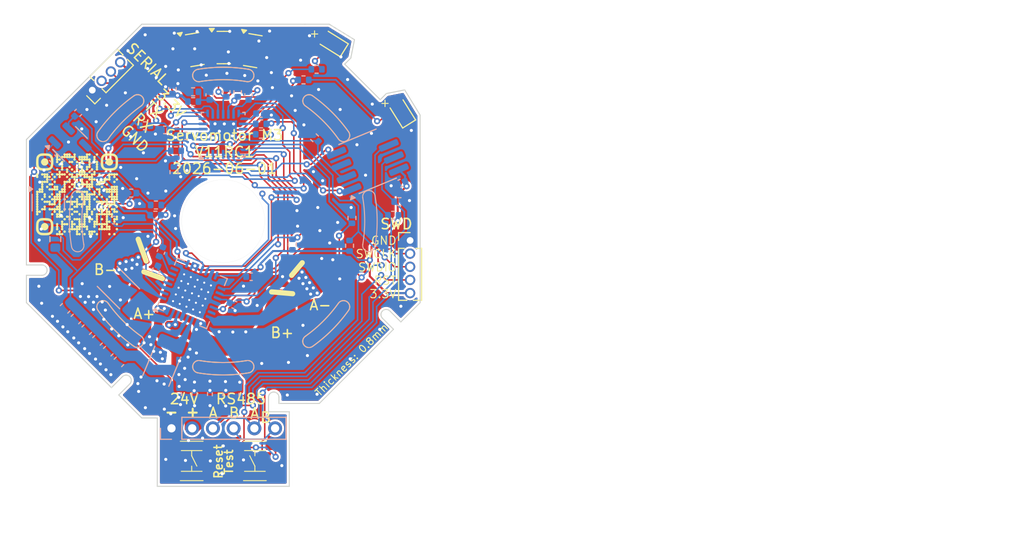
<source format=kicad_pcb>
(kicad_pcb (version 20240108) (generator "pcbnew") (generator_version "8.0")
  (title_block (title "Servo motor stepper M3") (date "2024-10-15") (rev "V11RC1"))
  (layers (0 "F.Cu" signal) (31 "B.Cu" signal) (34 "B.Paste" user) (35 "F.Paste" user) (36 "B.SilkS" user "B.Silkscreen") (37 "F.SilkS" user "F.Silkscreen") (38 "B.Mask" user) (39 "F.Mask" user) (44 "Edge.Cuts" user))
  (net 0 "")
  (net 1 "GND")
  (net 2 "/index/schTop/RS485_B")
  (net 3 "+24V")
  (net 4 "/index/schTop/RS485_A")
  (net 5 "+3.3V")
  (net 6 "/index/schTop/HALL1")
  (net 7 "/index/schTop/RESET")
  (net 8 "/index/schTop/HALL2")
  (net 9 "/index/schTop/HALL3")
  (net 10 "unconnected-(U1-REF-Pad17)")
  (net 11 "unconnected-(U1-CP2-Pad5)")
  (net 12 "/index/schTop/REF24")
  (net 13 "/index/schTop/TEMPERATURE")
  (net 14 "unconnected-(U1-CP1-Pad4)")
  (net 15 "unconnected-(U1-VCP-Pad6)")
  (net 16 "/index/schTop/UART2 RX")
  (net 17 "/index/schTop/UART2 TX")
  (net 18 "/index/schTop/SWCLK")
  (net 19 "/index/schTop/SWDIO")
  (net 20 "unconnected-(U1-SENSE1-Pad23)")
  (net 21 "unconnected-(U1-SENSE2-Pad27)")
  (net 24 "/index/schTop/~{MENABLE}")
  (net 25 "/index/schTop/LED_GREEN")
  (net 26 "/index/schTop/LED_RED")
  (net 27 "/index/schTop/RS485_EN")
  (net 28 "unconnected-(U1-FLAG2-Pad12)")
  (net 29 "/index/schTop/OVER_VOLTAGE")
  (net 30 "/index/schTop/IMCONTROL")
  (net 31 "/index/schTop/PWMOV")
  (net 32 "/index/schTop/B+")
  (net 33 "/index/schTop/STEP")
  (net 34 "/index/schTop/DIR")
  (net 36 "/index/schTop/A+")
  (net 37 "/index/schTop/A-")
  (net 38 "/index/schTop/B-")
  (net 39 "/index/schTop/RS485_D")
  (net 40 "/index/schTop/RS485_R")
  (net 41 "unconnected-(D1-A-Pad2)")
  (net 42 "unconnected-(D2-A-Pad2)")
  (net 43 "+5V")
  (net 44 "/index/schTop/~{HOLDEN}")
  (net 45 "/index/schTop/FLAG1")
  (net 46 "Net-(U3--)")
  (net 47 "Net-(R8-Pad2)")
  (net 48 "/index/schTop/VIO")
  (net 49 "Net-(U3-+)")
  (footprint "servo_motor:TS3735PA-250gf" (layer "F.Cu") (at 146.5 116.4 -90)
    (property "Reference" "SW2" (hide yes))
    (property "Value" "TS3735PA-250gf")
  )
  (footprint "LOGO" (layer "F.Cu") (at 135.45 90.68)
    (property "Reference" "G***" (hide yes))
    (property "Value" "LOGO" (hide yes))
  )
  (footprint "servo_motor:Pad_3mm_TopOnly" (layer "F.Cu") (at 140.08 96.75)
    (property "Reference" "J8" (hide yes))
    (property "Value" "Conn_01x01_Socket" (hide yes))
  )
  (footprint "Package_TO_SOT_SMD:SOT-23" (layer "F.Cu") (at 149.6 76.5)
    (property "Reference" "U7" (hide yes))
    (property "Value" "AH49HSC")
  )
  (footprint "Package_TO_SOT_SMD:SOT-23" (layer "F.Cu") (at 146.8 76.7 9.6)
    (property "Reference" "U4" (hide yes))
    (property "Value" "AH49HSC")
  )
  (footprint "servo_motor:Pad_3mm_TopOnly" (layer "F.Cu") (at 141.95 100.07)
    (property "Reference" "J3" (hide yes))
    (property "Value" "Conn_01x01_Socket" (hide yes))
  )
  (footprint "Connector_PinHeader_1.27mm:PinHeader_1x05_P1.27mm_Vertical" (layer "F.Cu") (at 167.58 95.12)
    (property "Reference" "J2" (hide yes))
    (property "Value" "01x05 male P=1.27mm")
  )
  (footprint "LED_SMD:LED_0603_1608Metric" (layer "F.Cu") (at 166.7 82.62 122)
    (property "Reference" "D2" (hide yes))
    (property "Value" "MHT192UGCT")
  )
  (footprint "Connector_PinHeader_1.27mm:PinHeader_1x04_P1.27mm_Vertical" (layer "F.Cu") (at 136.906497 80.613503 135)
    (property "Reference" "J1" (hide yes))
    (property "Value" "01x04 male P=1.27mm")
  )
  (footprint "servo_motor:TS3735PA-250gf" (layer "F.Cu") (at 152.6 116.4 90)
    (property "Reference" "SW1" (hide yes))
    (property "Value" "TS3735PA-250gf")
  )
  (footprint "servo_motor:Pad_3mm_TopOnly" (layer "F.Cu") (at 158.03 99.06)
    (property "Reference" "J6" (hide yes))
    (property "Value" "Conn_01x01_Socket" (hide yes))
  )
  (footprint "Package_TO_SOT_SMD:SOT-23" (layer "F.Cu") (at 152.4 76.8 -9.6)
    (property "Reference" "U6" (hide yes))
    (property "Value" "AH49HSC")
  )
  (footprint "LED_SMD:LED_0603_1608Metric" (layer "F.Cu") (at 159.969056 75.979055 148)
    (property "Reference" "D1" (hide yes))
    (property "Value" "KT-0603R")
  )
  (footprint "servo_motor:Pad_3mm_TopOnly" (layer "F.Cu") (at 155.05 101.93)
    (property "Reference" "J7" (hide yes))
    (property "Value" "Conn_01x01_Socket" (hide yes))
  )
  (footprint "Package_DFN_QFN:QFN-28_4x4mm_P0.5mm" (layer "B.Cu") (at 149.54 84.87)
    (property "Reference" "U2" (hide yes))
    (property "Value" "STM32G031G8Ux")
  )
  (footprint "Capacitor_SMD:C_0603_1608Metric" (layer "B.Cu") (at 139.48 106.84 -135)
    (property "Reference" "C7" (hide yes))
    (property "Value" "10uF")
  )
  (footprint "Package_TO_SOT_SMD:SOT-23-3" (layer "B.Cu") (at 132.66 91.46 -90)
    (property "Reference" "U11" (hide yes))
    (property "Value" "XC6206PxxxMR")
  )
  (footprint "Capacitor_SMD:C_0603_1608Metric" (layer "B.Cu") (at 138.45 105.8 -135)
    (property "Reference" "C14" (hide yes))
    (property "Value" "10uF")
  )
  (footprint "Resistor_SMD:R_0402_1005Metric" (layer "B.Cu") (at 146.64 81.72 180)
    (property "Reference" "R29" (hide yes))
    (property "Value" "4.7k")
  )
  (footprint "Capacitor_SMD:C_0603_1608Metric" (layer "B.Cu") (at 149 109.97 -90)
    (property "Reference" "C16" (hide yes))
    (property "Value" "10uF")
  )
  (footprint "Resistor_SMD:R_0402_1005Metric" (layer "B.Cu") (at 161.97 92.95 -90)
    (property "Reference" "R4" (hide yes))
    (property "Value" "10k")
  )
  (footprint "Resistor_SMD:R_2010_5025Metric" (layer "B.Cu") (at 139.43 99.67 -45)
    (property "Reference" "R3" (hide yes))
    (property "Value" "150m")
  )
  (footprint "Resistor_SMD:R_0402_1005Metric" (layer "B.Cu") (at 144.79 88.52 90)
    (property "Reference" "R23" (hide yes))
    (property "Value" "10k")
  )
  (footprint "Capacitor_SMD:C_0402_1005Metric" (layer "B.Cu") (at 150.62 101.33 -22.5)
    (property "Reference" "C1" (hide yes))
    (property "Value" "10nF" (hide yes))
  )
  (footprint "Resistor_SMD:R_0402_1005Metric" (layer "B.Cu") (at 144.98 86.46 180)
    (property "Reference" "R8" (hide yes))
    (property "Value" "1.5k")
  )
  (footprint "Resistor_SMD:R_0402_1005Metric" (layer "B.Cu") (at 157.29 79.62)
    (property "Reference" "R11" (hide yes))
    (property "Value" "470R")
  )
  (footprint "Capacitor_SMD:C_0402_1005Metric" (layer "B.Cu") (at 133.1 87.21 -45)
    (property "Reference" "C30" (hide yes))
    (property "Value" "100pF")
  )
  (footprint "Resistor_SMD:R_0402_1005Metric" (layer "B.Cu") (at 143 92.68 180)
    (property "Reference" "R6" (hide yes))
    (property "Value" "10k")
  )
  (footprint "Resistor_SMD:R_0402_1005Metric" (layer "B.Cu") (at 161.74 95.63 -90)
    (property "Reference" "R5" (hide yes))
    (property "Value" "10k")
  )
  (footprint "Capacitor_SMD:C_0402_1005Metric" (layer "B.Cu") (at 166.65 89.6 22.5)
    (property "Reference" "C35" (hide yes))
    (property "Value" "100nF" (hide yes))
  )
  (footprint "Capacitor_SMD:C_0402_1005Metric" (layer "B.Cu") (at 132.81 88.9 180)
    (property "Reference" "C5" (hide yes))
    (property "Value" "4.7uF")
  )
  (footprint "Capacitor_SMD:C_0402_1005Metric" (layer "B.Cu") (at 136.81 88.02)
    (property "Reference" "C22" (hide yes))
    (property "Value" "1uF")
  )
  (footprint "Package_TO_SOT_SMD:SOT-23-5" (layer "B.Cu") (at 134.76 85.8 -45)
    (property "Reference" "U3" (hide yes))
    (property "Value" "LM321")
  )
  (footprint "Resistor_SMD:R_0402_1005Metric" (layer "B.Cu") (at 166.55 91.37 180)
    (property "Reference" "R2" (hide yes))
    (property "Value" "10k")
  )
  (footprint "Resistor_SMD:R_0402_1005Metric" (layer "B.Cu") (at 142 84.05 180)
    (property "Reference" "R15" (hide yes))
    (property "Value" "10k")
  )
  (footprint "Capacitor_SMD:C_0402_1005Metric" (layer "B.Cu") (at 135.54 82.79 45)
    (property "Reference" "C28" (hide yes))
    (property "Value" "100nF" (hide yes))
  )
  (footprint "Capacitor_SMD:C_0402_1005Metric" (layer "B.Cu") (at 148.24 81.07 90)
    (property "Reference" "C41" (hide yes))
    (property "Value" "100nF" (hide yes))
  )
  (footprint "Package_SO:SOIC-8_3.9x4.9mm_P1.27mm" (layer "B.Cu") (at 163.48 87.48 22.5)
    (property "Reference" "U10" (hide yes))
    (property "Value" "SP3485EN")
  )
  (footprint "Connector_PinSocket_2.00mm:PinSocket_1x06_P2.00mm_Vertical" (layer "B.Cu") (at 144.55 113.25 -90)
    (property "Reference" "J4" (hide yes))
    (property "Value" "Conn_01x06_Socket")
  )
  (footprint "Resistor_SMD:R_0603_1608Metric" (layer "B.Cu") (at 133.34 94.99 90)
    (property "Reference" "R27" (hide yes))
    (property "Value" "18k")
  )
  (footprint "Capacitor_SMD:C_0603_1608Metric" (layer "B.Cu") (at 150.56 110.01 -90)
    (property "Reference" "C12" (hide yes))
    (property "Value" "10uF")
  )
  (footprint "Capacitor_SMD:C_0402_1005Metric" (layer "B.Cu") (at 152.24 98.62)
    (property "Reference" "C6" (hide yes))
    (property "Value" "220nF")
  )
  (footprint "Resistor_SMD:R_0402_1005Metric" (layer "B.Cu") (at 158.359375 85.209375 -45)
    (property "Reference" "R13" (hide yes))
    (property "Value" "10k")
  )
  (footprint "Resistor_SMD:R_0402_1005Metric" (layer "B.Cu") (at 143.05 91.7 180)
    (property "Reference" "R24" (hide yes))
    (property "Value" "10k")
  )
  (footprint "Capacitor_SMD:C_0402_1005Metric" (layer "B.Cu") (at 149.84 80.77 90)
    (property "Reference" "C17" (hide yes))
    (property "Value" "1nF")
  )
  (footprint "Capacitor_SMD:C_0402_1005Metric" (layer "B.Cu") (at 144.64 80.47 90)
    (property "Reference" "C9" (hide yes))
    (property "Value" "1uF")
  )
  (footprint "Resistor_SMD:R_2010_5025Metric" (layer "B.Cu") (at 143.62 107.26 67.5)
    (property "Reference" "R1" (hide yes))
    (property "Value" "150m")
  )
  (footprint "Resistor_SMD:R_0402_1005Metric" (layer "B.Cu") (at 158.56 78.6)
    (property "Reference" "R12" (hide yes))
    (property "Value" "1.5k")
  )
  (footprint "Resistor_SMD:R_0402_1005Metric" (layer "B.Cu") (at 153.19 83.87)
    (property "Reference" "R22" (hide yes))
    (property "Value" "10k")
  )
  (footprint "Resistor_SMD:R_0402_1005Metric" (layer "B.Cu") (at 140.66 90.55 180)
    (property "Reference" "R26" (hide yes))
    (property "Value" "1.5k")
  )
  (footprint "Package_DFN_QFN:QFN-28-1EP_5x5mm_P0.5mm_EP3.75x3.75mm_ThermalVias" (layer "B.Cu") (at 146.53 100.22 -22.5)
    (property "Reference" "U1" (hide yes))
    (property "Value" "GC6609")
  )
  (footprint "Capacitor_SMD:C_0402_1005Metric" (layer "B.Cu") (at 143.060162 98.00783 67.5)
    (property "Reference" "C2" (hide yes))
    (property "Value" "22nF" (hide yes))
  )
  (footprint "Capacitor_SMD:C_0402_1005Metric" (layer "B.Cu") (at 153.19 82.87)
    (property "Reference" "C36" (hide yes))
    (property "Value" "100nF" (hide yes))
  )
  (footprint "Capacitor_SMD:C_0603_1608Metric" (layer "B.Cu") (at 136.37 103.73 -135)
    (property "Reference" "C15" (hide yes))
    (property "Value" "10uF")
  )
  (footprint "Resistor_SMD:R_0402_1005Metric" (layer "B.Cu") (at 146.64 80.77 180)
    (property "Reference" "TH1" (hide yes))
    (property "Value" "100k 1% NTC")
  )
  (footprint "Capacitor_SMD:C_0603_1608Metric" (layer "B.Cu") (at 146.02 109.94 -90)
    (property "Reference" "C8" (hide yes))
    (property "Value" "10uF")
  )
  (footprint "Capacitor_SMD:C_0402_1005Metric" (layer "B.Cu") (at 138.96 93.15)
    (property "Reference" "C4" (hide yes))
    (property "Value" "4.7uF")
  )
  (footprint "Capacitor_SMD:C_0603_1608Metric" (layer "B.Cu") (at 147.52 109.94 -90)
    (property "Reference" "C13" (hide yes))
    (property "Value" "10uF")
  )
  (footprint "Capacitor_SMD:C_0402_1005Metric" (layer "B.Cu") (at 143.54 96.21 -112.5)
    (property "Reference" "C3" (hide yes))
    (property "Value" "100nF" (hide yes))
  )
  (footprint "Capacitor_SMD:C_0402_1005Metric" (layer "B.Cu") (at 150.94 80.77 90)
    (property "Reference" "C20" (hide yes))
    (property "Value" "1nF" (hide yes))
  )
  (footprint "Capacitor_SMD:C_0402_1005Metric" (layer "B.Cu") (at 145.94 85.02 180)
    (property "Reference" "C37" (hide yes))
    (property "Value" "100nF" (hide yes))
  )
  (footprint "Resistor_SMD:R_0402_1005Metric" (layer "B.Cu") (at 156.22 95.51 90)
    (property "Reference" "R7" (hide yes))
    (property "Value" "10k" (hide yes))
  )
  (footprint "Capacitor_SMD:C_0603_1608Metric" (layer "B.Cu") (at 135.33 102.7 -135)
    (property "Reference" "C10" (hide yes))
    (property "Value" "10uF")
  )
  (footprint "Capacitor_SMD:C_0603_1608Metric" (layer "B.Cu") (at 134.28 101.67 -135)
    (property "Reference" "C11" (hide yes))
    (property "Value" "10uF")
  )
  (footprint "Capacitor_SMD:C_0402_1005Metric" (layer "B.Cu") (at 151.99 81.07 90)
    (property "Reference" "C23" (hide yes))
    (property "Value" "1nF")
  )
  (footprint "Resistor_SMD:R_0402_1005Metric" (layer "B.Cu") (at 165.95 92.69)
    (property "Reference" "R17" (hide yes))
    (property "Value" "10k")
  )
  (footprint "Capacitor_SMD:C_0603_1608Metric" (layer "B.Cu") (at 137.41 104.76 -135)
    (property "Reference" "C19" (hide yes))
    (property "Value" "10uF")
  )
  (footprint "Resistor_SMD:R_0402_1005Metric" (layer "B.Cu") (at 153.19 84.87)
    (property "Reference" "R25" (hide yes))
    (property "Value" "10k")
  )
  (footprint "Capacitor_SMD:C_0402_1005Metric" (layer "B.Cu") (at 143.9 84.45 180)
    (property "Reference" "C18" (hide yes))
    (property "Value" "100nF" (hide yes))
  )
  (gr_arc (start 141.623335 104.362643) (mid 141.763365 105.199522) (end 140.926491 105.339582) (stroke (width 0.1)) (layer "B.SilkS"))
  (gr_arc (start 138.437253 85.323371) (mid 139.897916 83.597952) (end 141.623335 82.13729) (stroke (width 0.1)) (layer "B.SilkS"))
  (gr_arc (start 161.639545 101.873405) (mid 160.050467 103.750503) (end 158.173369 105.339582) (stroke (width 0.1)) (layer "B.SilkS"))
  (gr_arc (start 140.926491 105.339582) (mid 139.049394 103.750502) (end 137.460314 101.873405) (stroke (width 0.1)) (layer "B.SilkS"))
  (gr_arc (start 134.903589 90.799009) (mid 135.594402 90.306191) (end 136.087131 90.997067) (stroke (width 0.1)) (layer "B.SilkS"))
  (gr_arc (start 137.460314 84.626528) (mid 139.049404 82.749441) (end 140.926491 81.160351) (stroke (width 0.1)) (layer "B.SilkS"))
  (gr_arc (start 158.173369 81.160351) (mid 160.050459 82.749438) (end 161.639545 84.626528) (stroke (width 0.1)) (layer "B.SilkS"))
  (gr_arc (start 163.012728 90.997067) (mid 163.505463 90.306224) (end 164.196271 90.799009) (stroke (width 0.1)) (layer "B.SilkS"))
  (gr_arc (start 147.29703 79.787168) (mid 149.54993 79.599966) (end 151.80283 79.787168) (stroke (width 0.1)) (layer "B.SilkS"))
  (gr_arc (start 160.662607 101.176562) (mid 159.201932 102.901968) (end 157.476525 104.362643) (stroke (width 0.1)) (layer "B.SilkS"))
  (gr_arc (start 158.173369 105.339582) (mid 157.336441 105.199561) (end 157.476525 104.362643) (stroke (width 0.1)) (layer "B.SilkS"))
  (gr_arc (start 151.80283 106.712765) (mid 149.54993 106.899966) (end 147.29703 106.712765) (stroke (width 0.1)) (layer "B.SilkS"))
  (gr_arc (start 136.087131 95.502866) (mid 135.594384 96.193639) (end 134.903589 95.700923) (stroke (width 0.1)) (layer "B.SilkS"))
  (gr_arc (start 152.000887 107.896308) (mid 149.54993 108.099966) (end 147.098973 107.896308) (stroke (width 0.1)) (layer "B.SilkS"))
  (gr_arc (start 152.000887 78.603625) (mid 152.493668 79.294432) (end 151.80283 79.787168) (stroke (width 0.1)) (layer "B.SilkS"))
  (gr_arc (start 157.476525 82.13729) (mid 159.201937 83.597959) (end 160.662607 85.323371) (stroke (width 0.1)) (layer "B.SilkS"))
  (gr_arc (start 147.098973 78.603625) (mid 149.54993 78.399966) (end 152.000887 78.603625) (stroke (width 0.1)) (layer "B.SilkS"))
  (gr_arc (start 140.926491 81.160351) (mid 141.763365 81.300412) (end 141.623335 82.13729) (stroke (width 0.1)) (layer "B.SilkS"))
  (gr_arc (start 157.476525 82.13729) (mid 157.336445 81.300375) (end 158.173369 81.160351) (stroke (width 0.1)) (layer "B.SilkS"))
  (gr_arc (start 134.903589 95.700923) (mid 134.699936 93.249966) (end 134.903589 90.799009) (stroke (width 0.1)) (layer "B.SilkS"))
  (gr_arc (start 151.80283 106.712765) (mid 152.493648 107.205505) (end 152.000887 107.896308) (stroke (width 0.1)) (layer "B.SilkS"))
  (gr_arc (start 163.012728 90.997067) (mid 163.199941 93.249966) (end 163.012728 95.502866) (stroke (width 0.1)) (layer "B.SilkS"))
  (gr_arc (start 137.460314 101.873405) (mid 137.600373 101.03653) (end 138.437253 101.176562) (stroke (width 0.1)) (layer "B.SilkS"))
  (gr_arc (start 164.196271 95.700923) (mid 163.505468 96.193675) (end 163.012728 95.502866) (stroke (width 0.1)) (layer "B.SilkS"))
  (gr_arc (start 161.639545 84.626528) (mid 161.499535 85.463471) (end 160.662607 85.323371) (stroke (width 0.1)) (layer "B.SilkS"))
  (gr_arc (start 160.662607 101.176562) (mid 161.499514 101.03649) (end 161.639545 101.873405) (stroke (width 0.1)) (layer "B.SilkS"))
  (gr_arc (start 164.196271 90.799009) (mid 164.399936 93.249966) (end 164.196271 95.700923) (stroke (width 0.1)) (layer "B.SilkS"))
  (gr_arc (start 147.29703 79.787168) (mid 146.606231 79.294425) (end 147.098973 78.603625) (stroke (width 0.1)) (layer "B.SilkS"))
  (gr_arc (start 136.087131 95.502866) (mid 135.899937 93.249966) (end 136.087131 90.997067) (stroke (width 0.1)) (layer "B.SilkS"))
  (gr_arc (start 138.437253 85.323371) (mid 137.600383 85.46339) (end 137.460314 84.626528) (stroke (width 0.1)) (layer "B.SilkS"))
  (gr_arc (start 147.098973 107.896308) (mid 146.606187 107.2055) (end 147.29703 106.712765) (stroke (width 0.1)) (layer "B.SilkS"))
  (gr_arc (start 141.623335 104.362643) (mid 139.897915 102.901982) (end 138.437253 101.176562) (stroke (width 0.1)) (layer "B.SilkS"))
  (gr_arc (start 152.000887 107.896308) (mid 149.54993 108.099966) (end 147.098973 107.896308) (stroke (width 0.1)) (layer "F.SilkS"))
  (gr_arc (start 140.926491 105.339582) (mid 139.049394 103.750502) (end 137.460314 101.873405) (stroke (width 0.1)) (layer "F.SilkS"))
  (gr_arc (start 151.80283 106.712765) (mid 152.493643 107.205476) (end 152.000887 107.896308) (stroke (width 0.1)) (layer "F.SilkS"))
  (gr_arc (start 147.29703 79.787168) (mid 149.54993 79.599966) (end 151.80283 79.787168) (stroke (width 0.1)) (layer "F.SilkS"))
  (gr_line (start 156.148256 98.489872) (end 157.171743 97.270128) (stroke (width 0.5)) (layer "F.SilkS"))
  (gr_arc (start 138.437253 85.323371) (mid 137.60037 85.463382) (end 137.460314 84.626528) (stroke (width 0.1)) (layer "F.SilkS"))
  (gr_line (start 141.888034 98.145351) (end 143.671965 98.794649) (stroke (width 0.5)) (layer "F.SilkS"))
  (gr_arc (start 147.098973 107.896308) (mid 146.606193 107.205466) (end 147.29703 106.712765) (stroke (width 0.1)) (layer "F.SilkS"))
  (gr_arc (start 147.29703 79.787168) (mid 146.606232 79.294428) (end 147.098973 78.603625) (stroke (width 0.1)) (layer "F.SilkS"))
  (gr_arc (start 151.80283 106.712765) (mid 149.54993 106.899966) (end 147.29703 106.712765) (stroke (width 0.1)) (layer "F.SilkS"))
  (gr_arc (start 147.098973 78.603625) (mid 149.54993 78.399966) (end 152.000887 78.603625) (stroke (width 0.1)) (layer "F.SilkS"))
  (gr_line (start 154.213881 100.081101) (end 156.246118 100.258899) (stroke (width 0.5)) (layer "F.SilkS"))
  (gr_arc (start 152.000887 78.603625) (mid 152.493668 79.294428) (end 151.80283 79.787168) (stroke (width 0.1)) (layer "F.SilkS"))
  (gr_arc (start 158.173369 105.339582) (mid 157.3364 105.199544) (end 157.476525 104.362643) (stroke (width 0.1)) (layer "F.SilkS"))
  (gr_arc (start 137.460314 84.626528) (mid 139.049399 82.749437) (end 140.926491 81.160351) (stroke (width 0.1)) (layer "F.SilkS"))
  (gr_arc (start 160.662607 101.176562) (mid 159.201934 102.90197) (end 157.476525 104.362643) (stroke (width 0.1)) (layer "F.SilkS"))
  (gr_arc (start 157.476525 82.13729) (mid 159.201937 83.597959) (end 160.662607 85.323371) (stroke (width 0.1)) (layer "F.SilkS"))
  (gr_arc (start 137.460314 101.873405) (mid 137.600376 101.036527) (end 138.437253 101.176562) (stroke (width 0.1)) (layer "F.SilkS"))
  (gr_arc (start 157.476525 82.13729) (mid 157.336439 81.300384) (end 158.173369 81.160351) (stroke (width 0.1)) (layer "F.SilkS"))
  (gr_arc (start 138.437253 85.323371) (mid 139.897919 83.597955) (end 141.623335 82.13729) (stroke (width 0.1)) (layer "F.SilkS"))
  (gr_arc (start 161.639545 101.873405) (mid 160.05047 103.750507) (end 158.173369 105.339582) (stroke (width 0.1)) (layer "F.SilkS"))
  (gr_arc (start 158.173369 81.160351) (mid 160.050457 82.749438) (end 161.639545 84.626528) (stroke (width 0.1)) (layer "F.SilkS"))
  (gr_line (start 141.336937 94.997544) (end 142.103062 97.102455) (stroke (width 0.5)) (layer "F.SilkS"))
  (gr_arc (start 140.926491 81.160351) (mid 141.76335 81.300392) (end 141.623335 82.13729) (stroke (width 0.1)) (layer "F.SilkS"))
  (gr_arc (start 141.623335 104.362643) (mid 141.763367 105.19952) (end 140.926491 105.339582) (stroke (width 0.1)) (layer "F.SilkS"))
  (gr_arc (start 161.639545 84.626528) (mid 161.499527 85.463477) (end 160.662607 85.323371) (stroke (width 0.1)) (layer "F.SilkS"))
  (gr_arc (start 160.662607 101.176562) (mid 161.499538 101.036507) (end 161.639545 101.873405) (stroke (width 0.1)) (layer "F.SilkS"))
  (gr_arc (start 141.623335 104.362643) (mid 139.897923 102.901974) (end 138.437253 101.176562) (stroke (width 0.1)) (layer "F.SilkS"))
  (gr_line (start 140.522754 108.971491) (end 139.462094 110.032151) (stroke (width 0.1)) (layer "Edge.Cuts"))
  (gr_line (start 130.55 101.120057) (end 138.754987 109.325044) (stroke (width 0.1)) (layer "Edge.Cuts"))
  (gr_line (start 158.820058 110.85) (end 165.978598 103.691459) (stroke (width 0.1)) (layer "Edge.Cuts"))
  (gr_line (start 138.754987 109.325044) (end 139.815647 108.264384) (stroke (width 0.1)) (layer "Edge.Cuts"))
  (gr_arc (start 164.917938 102.630799) (mid 164.917939 101.923692) (end 165.625045 101.923693) (stroke (width 0.1)) (layer "Edge.Cuts"))
  (gr_line (start 143.179943 118.85) (end 155.920058 118.85) (stroke (width 0.1)) (layer "Edge.Cuts"))
  (gr_line (start 165.978598 103.691459) (end 164.917938 102.630799) (stroke (width 0.1)) (layer "Edge.Cuts"))
  (gr_line (start 139.462094 110.032151) (end 141.679943 112.25) (stroke (width 0.1)) (layer "Edge.Cuts"))
  (gr_circle (center 149.55 93.25) (end 153.55 93.25) (stroke (width 0.01)) (fill none) (layer "Edge.Cuts"))
  (gr_line (start 167.057107 80.587049) (end 168.55 83.023229) (stroke (width 0.1)) (layer "Edge.Cuts"))
  (gr_line (start 155.920058 118.85) (end 155.920058 111.65) (stroke (width 0.1)) (layer "Edge.Cuts"))
  (gr_line (start 143.179943 112.25) (end 143.179943 118.85) (stroke (width 0.1)) (layer "Edge.Cuts"))
  (gr_line (start 157.420058 74.25) (end 141.679943 74.25) (stroke (width 0.1)) (layer "Edge.Cuts"))
  (gr_arc (start 139.815647 108.264384) (mid 140.522771 108.264366) (end 140.522753 108.971491) (stroke (width 0.1)) (layer "Edge.Cuts"))
  (gr_line (start 159.776771 74.25) (end 162.212951 75.742893) (stroke (width 0.1)) (layer "Edge.Cuts"))
  (gr_line (start 161.270058 78.1) (end 161.859398 77.51066) (stroke (width 0.1)) (layer "Edge.Cuts"))
  (gr_line (start 130.55 85.379942) (end 130.55 97.483546) (stroke (width 0.1)) (layer "Edge.Cuts"))
  (gr_line (start 164.7 81.529942) (end 161.270058 78.1) (stroke (width 0.1)) (layer "Edge.Cuts"))
  (gr_line (start 167.057107 80.587049) (end 165.28934 80.940602) (stroke (width 0.1)) (layer "Edge.Cuts"))
  (gr_line (start 141.679943 74.25) (end 130.55 85.379942) (stroke (width 0.1)) (layer "Edge.Cuts"))
  (gr_line (start 158.820058 110.85) (end 157.610897 110.85) (stroke (width 0.1)) (layer "Edge.Cuts"))
  (gr_line (start 141.679943 112.25) (end 143.179943 112.25) (stroke (width 0.1)) (layer "Edge.Cuts"))
  (gr_arc (start 132.05 97.483546) (mid 132.550028 97.983528) (end 132.05 98.483546) (stroke (width 0.1)) (layer "Edge.Cuts"))
  (gr_line (start 157.610897 110.85) (end 154.920058 110.85) (stroke (width 0.1)) (layer "Edge.Cuts"))
  (gr_line (start 157.420058 74.25) (end 159.776771 74.25) (stroke (width 0.1)) (layer "Edge.Cuts"))
  (gr_line (start 161.859398 77.51066) (end 162.212951 75.742893) (stroke (width 0.1)) (layer "Edge.Cuts"))
  (gr_line (start 165.625045 101.923693) (end 166.685705 102.984353) (stroke (width 0.1)) (layer "Edge.Cuts"))
  (gr_arc (start 153.920058 110.25) (mid 154.420058 109.75) (end 154.920058 110.25) (stroke (width 0.1)) (layer "Edge.Cuts"))
  (gr_line (start 155.920058 111.65) (end 153.920058 111.65) (stroke (width 0.1)) (layer "Edge.Cuts"))
  (gr_line (start 168.55 101.120057) (end 168.55 83.023229) (stroke (width 0.1)) (layer "Edge.Cuts"))
  (gr_line (start 130.55 97.483546) (end 132.05 97.483546) (stroke (width 0.1)) (layer "Edge.Cuts"))
  (gr_line (start 166.685705 102.984353) (end 168.55 101.120057) (stroke (width 0.1)) (layer "Edge.Cuts"))
  (gr_line (start 153.920058 110.25) (end 153.920058 111.65) (stroke (width 0.1)) (layer "Edge.Cuts"))
  (gr_line (start 165.28934 80.940602) (end 164.7 81.529942) (stroke (width 0.1)) (layer "Edge.Cuts"))
  (gr_line (start 130.55 98.483546) (end 130.55 101.120057) (stroke (width 0.1)) (layer "Edge.Cuts"))
  (gr_line (start 132.05 98.483546) (end 130.55 98.483546) (stroke (width 0.1)) (layer "Edge.Cuts"))
  (gr_line (start 154.920058 110.25) (end 154.920058 110.85) (stroke (width 0.1)) (layer "Edge.Cuts"))
  (gr_text "+" (at 145.85 112.25 0) (layer "F.SilkS") (effects (font (size 1 1) (thickness 0.2)) (justify left bottom)))
  (gr_text "Reset" (at 149.55 118.2 90) (layer "F.SilkS") (effects (font (size 0.8 0.8)) (justify left bottom)))
  (gr_text "+" (at 164.6 82.3 0) (layer "F.SilkS") (effects (font (size 0.8 0.8) (thickness 0.1)) (justify left bottom)))
  (gr_text "3.3V\nTX\nRX\nGND" (at 139.45 84.55 -45) (layer "F.SilkS") (effects (font (size 1 1)) (justify left bottom)))
  (gr_text "B" (at 150 112.35 0) (layer "F.SilkS") (effects (font (size 1 1)) (justify left bottom)))
  (gr_text "Servomotor M3\n${REVISION}\n${CURRENT_DATE}" (at 149.67 88.77 0) (layer "F.SilkS") (effects (font (size 1 1)) (justify bottom)))
  (gr_text "RS485" (at 148.75 111 0) (layer "F.SilkS") (effects (font (size 1 1)) (justify left bottom)))
  (gr_text "SWD" (at 164.61 94.12 0) (layer "F.SilkS") (effects (font (size 1 1)) (justify left bottom)))
  (gr_text "-" (at 143.8 112.25 0) (layer "F.SilkS") (effects (font (size 1 1) (thickness 0.2)) (justify left bottom)))
  (gr_text "B" (at 153.05 112.8 0) (layer "F.SilkS") (effects (font (size 1 1)) (justify left bottom)))
  (gr_text "Thickness: 0.8mm" (at 158.85 110.31 45) (layer "F.SilkS") (effects (font (size 0.7 0.7) (thickness 0.1)) (justify left bottom)))
  (gr_text "Test" (at 150.55 117.8 90) (layer "F.SilkS") (effects (font (size 0.8 0.8)) (justify left bottom)))
  (gr_text "+" (at 157.8 75.6 0) (layer "F.SilkS") (effects (font (size 0.8 0.8) (thickness 0.1)) (justify left bottom)))
  (gr_text "A+" (at 140.78 102.78 0) (layer "F.SilkS") (effects (font (size 1 1)) (justify left bottom)))
  (gr_text "GND\nSWCLK\nSWDIO\nRST\n3.3V" (at 166.33 100.75 0) (layer "F.SilkS") (effects (font (size 0.8 0.8) (thickness 0.1)) (justify right bottom)))
  (gr_text "24V" (at 144.3 111 0) (layer "F.SilkS") (effects (font (size 1 1)) (justify left bottom)))
  (gr_text "B-" (at 136.97 98.52 0) (layer "F.SilkS") (effects (font (size 1 1)) (justify left bottom)))
  (gr_text "SERIAL" (at 139.974557 76.65 -45) (layer "F.SilkS") (effects (font (size 1 1)) (justify left bottom)))
  (gr_text "A" (at 148.05 112.35 0) (layer "F.SilkS") (effects (font (size 1 1)) (justify left bottom)))
  (gr_text "B+" (at 154.02 104.61 0) (layer "F.SilkS") (effects (font (size 1 1)) (justify left bottom)))
  (gr_text "A-" (at 157.77 101.93 0) (layer "F.SilkS") (effects (font (size 1 1)) (justify left bottom)))
  (gr_text "A" (at 152.05 112.4 0) (layer "F.SilkS") (effects (font (size 1 1)) (justify left bottom)))
  (segment (start 151.79 76.72) (end 153.158025 76.72) (width 0.2) (layer "F.Cu") (net 1))
  (segment (start 151.49 76.42) (end 151.79 76.72) (width 0.2) (layer "F.Cu") (net 1))
  (segment (start 148.29 76.42) (end 151.49 76.42) (width 0.2) (layer "F.Cu") (net 1))
  (via (at 154.02 74.91) (size 0.6) (drill 0.3) (layers "F.Cu" "B.Cu") (net 1))
  (via (at 145.419112 110.960029) (size 0.6) (drill 0.3) (layers "F.Cu" "B.Cu") (net 1))
  (via (at 144.48 111.85) (size 0.6) (drill 0.3) (layers "F.Cu" "B.Cu") (net 1))
  (via (at 160.9 77.4) (size 0.6) (drill 0.3) (layers "F.Cu" "B.Cu") (net 1))
  (via (at 154.19 78.92) (size 0.6) (drill 0.3) (layers "F.Cu" "B.Cu") (net 1))
  (via (at 162.45 85.88) (size 0.6) (drill 0.3) (layers "F.Cu" "B.Cu") (net 1))
  (via (at 150.42 85.03) (size 0.6) (drill 0.3) (layers "F.Cu" "B.Cu") (net 1))
  (via (at 138.58 99.56) (size 0.6) (drill 0.3) (layers "F.Cu" "B.Cu") (net 1))
  (via (at 137.69 107.04) (size 0.6) (drill 0.3) (layers "F.Cu" "B.Cu") (net 1))
  (via (at 143.976917 80.283083) (size 0.6) (drill 0.3) (layers "F.Cu" "B.Cu") (net 1))
  (via (at 163.93 81.96) (size 0.6) (drill 0.3) (layers "F.Cu" "B.Cu") (net 1))
  (via (at 150.69 101.89) (size 0.6) (drill 0.3) (layers "F.Cu" "B.Cu") (net 1))
  (via (at 138.23 107.6) (size 0.6) (drill 0.3) (layers "F.Cu" "B.Cu") (net 1))
  (via (at 155.2 116.85) (size 0.6) (drill 0.3) (layers "F.Cu" "B.Cu") (net 1))
  (via (at 141.84 86.66) (size 0.6) (drill 0.3) (layers "F.Cu" "B.Cu") (net 1))
  (via (at 147.91 79.17) (size 0.6) (drill 0.3) (layers "F.Cu" "B.Cu") (net 1))
  (via (at 149.17 84.58) (size 0.6) (drill 0.3) (layers "F.Cu" "B.Cu") (net 1))
  (via (at 149.65 83.87) (size 0.6) (drill 0.3) (layers "F.Cu" "B.Cu") (net 1))
  (via (at 137.02 101.08) (size 0.6) (drill 0.3) (layers "F.Cu" "B.Cu") (net 1))
  (via (at 158.87 94.17) (size 0.6) (drill 0.3) (layers "F.Cu" "B.Cu") (net 1))
  (via (at 134.61 85.62) (size 0.6) (drill 0.3) (layers "F.Cu" "B.Cu") (net 1))
  (via (at 143.081917 79.388083) (size 0.6) (drill 0.3) (layers "F.Cu" "B.Cu") (net 1))
  (via (at 139.62 100.86) (size 0.6) (drill 0.3) (layers "F.Cu" "B.Cu") (net 1))
  (via (at 150.17 74.936) (size 0.6) (drill 0.3) (layers "F.Cu" "B.Cu") (net 1))
  (via (at 160.12 96.98) (size 0.6) (drill 0.3) (layers "F.Cu" "B.Cu") (net 1))
  (via (at 139.89 92.92) (size 0.6) (drill 0.3) (layers "F.Cu" "B.Cu") (net 1))
  (via (at 160.79 98.83) (size 0.6) (drill 0.3) (layers "F.Cu" "B.Cu") (net 1))
  (via (at 145.44 88.97) (size 0.6) (drill 0.3) (layers "F.Cu" "B.Cu") (net 1))
  (via (at 155.27 98.61) (size 0.6) (drill 0.3) (layers "F.Cu" "B.Cu") (net 1))
  (via (at 140.27 103.24) (size 0.6) (drill 0.3) (layers "F.Cu" "B.Cu") (net 1))
  (via (at 137.86 101.05) (size 0.6) (drill 0.3) (layers "F.Cu" "B.Cu") (net 1))
  (via (at 137.06 87.55) (size 0.6) (drill 0.3) (layers "F.Cu" "B.Cu") (net 1))
  (via (at 145.21 78.66) (size 0.6) (drill 0.3) (layers "F.Cu" "B.Cu") (net 1))
  (via (at 138.17 101.84) (size 0.6) (drill 0.3) (layers "F.Cu" "B.Cu") (net 1))
  (via (at 139.65 88.07) (size 0.6) (drill 0.3) (layers "F.Cu" "B.Cu") (net 1))
  (via (at 137.22 106.57) (size 0.6) (drill 0.3) (layers "F.Cu" "B.Cu") (net 1))
  (via (at 146.19 114.43) (size 0.6) (drill 0.3) (layers "F.Cu" "B.Cu") (net 1))
  (via (at 163.85 84.78) (size 0.6) (drill 0.3) (layers "F.Cu" "B.Cu") (net 1))
  (via (at 136.22 101.09) (size 0.6) (drill 0.3) (layers "F.Cu" "B.Cu") (net 1))
  (via (at 142.28 94.72) (size 0.6) (drill 0.3) (layers "F.Cu" "B.Cu") (net 1))
  (via (at 135.59 105) (size 0.6) (drill 0.3) (layers "F.Cu" "B.Cu") (net 1))
  (via (at 135.76 100.53) (size 0.6) (drill 0.3) (layers "F.Cu" "B.Cu") (net 1))
  (via (at 146.78 111.07) (size 0.6) (drill 0.3) (layers "F.Cu" "B.Cu") (net 1))
  (via (at 136.55 100.54) (size 0.6) (drill 0.3) (layers "F.Cu" "B.Cu") (net 1))
  (via (at 159.05 96.86) (size 0.6) (drill 0.3) (layers "F.Cu" "B.Cu") (net 1))
  (via (at 148.75 83.86) (size 0.6) (drill 0.3) (layers "F.Cu" "B.Cu") (net 1))
  (via (at 133.9 92.7) (size 0.6) (drill 0.3) (layers "F.Cu" "B.Cu") (net 1))
  (via (at 131.84 89.49) (size 0.6) (drill 0.3) (layers "F.Cu" "B.Cu") (net 1))
  (via (at 158.75 80.55) (size 0.6) (drill 0.3) (layers "F.Cu" "B.Cu") (net 1))
  (via (at 142.279771 90.550229) (size 0.6) (drill 0.3) (layers "F.Cu" "B.Cu") (net 1))
  (via (at 141.19 89.16) (size 0.6) (drill 0.3) (layers "F.Cu" "B.Cu") (net 1))
  (via (at 156.66 92.24) (size 0.6) (drill 0.3) (layers "F.Cu" "B.Cu") (net 1))
  (via (at 157.87 75.36) (size 0.6) (drill 0.3) (layers "F.Cu" "B.Cu") (net 1))
  (via (at 163.28 88.82) (size 0.6) (drill 0.3) (layers "F.Cu" "B.Cu") (net 1))
  (via (at 145.9 116.35) (size 0.6) (drill 0.3) (layers "F.Cu" "B.Cu") (net 1))
  (via (at 143.84 108.98) (size 0.6) (drill 0.3) (layers "F.Cu" "B.Cu") (net 1))
  (via (at 166.69 101.47) (size 0.6) (drill 0.3) (layers "F.Cu" "B.Cu") (net 1))
  (via (at 150.09 78.04) (size 0.6) (drill 0.3) (layers "F.Cu" "B.Cu") (net 1))
  (via (at 137.28 83.66) (size 0.6) (drill 0.3) (layers "F.Cu" "B.Cu") (net 1))
  (via (at 150.54 83.87) (size 0.6) (drill 0.3) (layers "F.Cu" "B.Cu") (net 1))
  (via (at 143 84.85) (size 0.6) (drill 0.3) (layers "F.Cu" "B.Cu") (net 1))
  (via (at 144.94 85.17) (size 0.6) (drill 0.3) (layers "F.Cu" "B.Cu") (net 1))
  (via (at 135.93 99.29) (size 0.6) (drill 0.3) (layers "F.Cu" "B.Cu") (net 1))
  (via (at 141.47 91.56) (size 0.6) (drill 0.3) (layers "F.Cu" "B.Cu") (net 1))
  (via (at 151.5 116.3) (size 0.6) (drill 0.3) (layers "F.Cu" "B.Cu") (net 1))
  (via (at 152.82 101.39) (size 0.6) (drill 0.3) (layers "F.Cu" "B.Cu") (net 1))
  (via (at 158.6 109.96) (size 0.6) (drill 0.3) (layers "F.Cu" "B.Cu") (net 1))
  (via (at 144 90.35) (size 0.6) (drill 0.3) (layers "F.Cu" "B.Cu") (net 1))
  (via (at 156.49 82.57) (size 0.6) (drill 0.3) (layers "F.Cu" "B.Cu") (net 1))
  (via (at 153.26 106.99) (size 0.6) (drill 0.3) (layers "F.Cu" "B.Cu") (net 1))
  (via (at 144.82 75.11) (size 0.6) (drill 0.3) (layers "F.Cu" "B.Cu") (net 1))
  (via (at 157.24 103.31) (size 0.6) (drill 0.3) (layers "F.Cu" "B.Cu") (net 1))
  (via (at 145.25 110.26) (size 0.6) (drill 0.3) (layers "F.Cu" "B.Cu") (net 1))
  (via (at 159.14 89.35) (size 0.6) (drill 0.3) (layers "F.Cu" "B.Cu") (net 1))
  (via (at 142.25 78.53) (size 0.6) (drill 0.3) (layers "F.Cu" "B.Cu") (net 1))
  (via (at 133.55 102.92) (size 0.6) (drill 0.3) (layers "F.Cu" "B.Cu") (net 1))
  (via (at 158.67 91.94) (size 0.6) (drill 0.3) (layers "F.Cu" "B.Cu") (net 1))
  (via (at 145.17 79.98) (size 0.6) (drill 0.3) (layers "F.Cu" "B.Cu") (net 1))
  (via (at 151.5 99.53) (size 0.6) (drill 0.3) (layers "F.Cu" "B.Cu") (net 1))
  (via (at 132.25 88.34) (size 0.6) (drill 0.3) (layers "F.Cu" "B.Cu") (net 1))
  (via (at 148.27 111.06) (size 0.6) (drill 0.3) (layers "F.Cu" "B.Cu") (net 1))
  (via (at 149.78 111.09) (size 0.6) (drill 0.3) (layers "F.Cu" "B.Cu") (net 1))
  (via (at 140.61 85.09) (size 0.6) (drill 0.3) (layers "F.Cu" "B.Cu") (net 1))
  (via (at 141.38 109.69) (size 0.6) (drill 0.3) (layers "F.Cu" "B.Cu") (net 1))
  (via (at 167.52 91.27) (size 0.6) (drill 0.3) (layers "F.Cu" "B.Cu") (net 1))
  (via (at 157.330262 83.96218) (size 0.6) (drill 0.3) (layers "F.Cu" "B.Cu") (net 1))
  (via (at 141.61 108.3) (size 0.6) (drill 0.3) (layers "F.Cu" "B.Cu") (net 1))
  (via (at 142.03 111.26) (size 0.6) (drill 0.3) (layers "F.Cu" "B.Cu") (net 1))
  (via (at 134.07 103.46) (size 0.6) (drill 0.3) (layers "F.Cu" "B.Cu") (net 1))
  (via (at 157.67 106.23) (size 0.6) (drill 0.3) (layers "F.Cu" "B.Cu") (net 1))
  (via (at 151.62 79.2) (size 0.6) (drill 0.3) (layers "F.Cu" "B.Cu") (net 1))
  (via (at 144.95 93.97) (size 0.6) (drill 0.3) (layers "F.Cu" "B.Cu") (net 1))
  (via (at 133.91 87.72) (size 0.6) (drill 0.3) (layers "F.Cu" "B.Cu") (net 1))
  (via (at 140.33 105.2) (size 0.6) (drill 0.3) (layers "F.Cu" "B.Cu") (net 1))
  (via (at 143.99 78.32) (size 0.6) (drill 0.3) (layers "F.Cu" "B.Cu") (net 1))
  (via (at 141.305356 108.934675) (size 0.6) (drill 0.3) (layers "F.Cu" "B.Cu") (net 1))
  (via (at 161.55 79.59) (size 0.6) (drill 0.3) (layers "F.Cu" "B.Cu") (net 1))
  (via (at 161.89 91.94) (size 0.6) (drill 0.3) (layers "F.Cu" "B.Cu") (net 1))
  (via (at 149.55 114.95) (size 0.6) (drill 0.3) (layers "F.Cu" "B.Cu") (net 1))
  (via (at 154.29 80.37) (size 0.6) (drill 0.3) (layers "F.Cu" "B.Cu") (net 1))
  (via (at 149.9 78.99) (size 0.6) (drill 0.3) (layers "F.Cu" "B.Cu") (net 1))
  (via (at 138.02 102.73) (size 0.6) (drill 0.3) (layers "F.Cu" "B.Cu") (net 1))
  (via (at 136.39 82.48) (size 0.6) (drill 0.3) (layers "F.Cu" "B.Cu") (net 1))
  (via (at 167.7 84.5) (size 0.6) (drill 0.3) (layers "F.Cu" "B.Cu") (net 1))
  (via (at 156.72 93.74) (size 0.6) (drill 0.3) (layers "F.Cu" "B.Cu") (net 1))
  (via (at 135.12 104.53) (size 0.6) (drill 0.3) (layers "F.Cu" "B.Cu") (net 1))
  (via (at 147.55 114.2) (size 0.6) (drill 0.3) (layers "F.Cu" "B.Cu") (net 1))
  (via (at 144 116.25) (size 0.6) (drill 0.3) (layers "F.Cu" "B.Cu") (net 1))
  (via (at 134.54 103.93) (size 0.6) (drill 0.3) (layers "F.Cu" "B.Cu") (net 1))
  (via (at 143.15 108.66) (size 0.6) (drill 0.3) (layers "F.Cu" "B.Cu") (net 1))
  (via (at 137.36 100.53) (size 0.6) (drill 0.3) (layers "F.Cu" "B.Cu") (net 1))
  (via (at 133.06 102.44) (size 0.6) (drill 0.3) (layers "F.Cu" "B.Cu") (net 1))
  (via (at 139.46 104.32) (size 0.6) (drill 0.3) (layers "F.Cu" "B.Cu") (net 1))
  (via (at 131.98 94.02) (size 0.6) (drill 0.3) (layers "F.Cu" "B.Cu") (net 1))
  (via (at 155.84 106.89) (size 0.6) (drill 0.3) (layers "F.Cu" "B.Cu") (net 1))
  (via (at 158.25 88.48) (size 0.6) (drill 0.3) (layers "F.Cu" "B.Cu") (net 1))
  (via (at 131.75 99.54) (size 0.6) (drill 0.3) (layers "F.Cu" "B.Cu") (net 1))
  (via (at 147.02 74.96) (size 0.6) (drill 0.3) (layers "F.Cu" "B.Cu") (net 1))
  (via (at 160.83 82.48) (size 0.6) (drill 0.3) (layers "F.Cu" "B.Cu") (net 1))
  (via (at 142.01 75.27) (size 0.6) (drill 0.3) (layers "F.Cu" "B.Cu") (net 1))
  (via (at 149.15 103.93) (size 0.6) (drill 0.3) (layers "F.Cu" "B.Cu") (net 1))
  (via (at 138.7 108.07) (size 0.6) (drill 0.3) (layers "F.Cu" "B.Cu") (net 1))
  (via (at 140.36 76.82) (size 0.6) (drill 0.3) (layers "F.Cu" "B.Cu") (net 1))
  (via (at 150.04 76.92) (size 0.6) (drill 0.3) (layers "F.Cu" "B.Cu") (net 1))
  (via (at 152.99 75.87) (size 0.6) (drill 0.3) (layers "F.Cu" "B.Cu") (net 1))
  (via (at 159.82 95.36) (size 0.6) (drill 0.3) (layers "F.Cu" "B.Cu") (net 1))
  (via (at 147.42 78.17) (size 0.6) (drill 0.3) (layers "F.Cu" "B.Cu") (net 1))
  (via (at 131.78 95.08) (size 0.6) (drill 0.3) (layers "F.Cu" "B.Cu") (net 1))
  (via (at 138.02 90.29) (size 0.6) (drill 0.3) (layers "F.Cu" "B.Cu") (net 1))
  (via (at 144.69 76.62) (size 0.6) (drill 0.3) (layers "F.Cu" "B.Cu") (net 1))
  (via (at 132.02 101.18) (size 0.6) (drill 0.3) (layers "F.Cu" "B.Cu") (net 1))
  (via (at 157.01 77.72) (size 0.6) (drill 0.3) (layers "F.Cu" "B.Cu") (net 1))
  (via (at 143.97 87.44) (size 0.6) (drill 0.3) (layers "F.Cu" "B.Cu") (net 1))
  (via (at 143.86 111.4) (size 0.6) (drill 0.3) (layers "F.Cu" "B.Cu") (net 1))
  (via (at 153.74 77.47) (size 0.6) (drill 0.3) (layers "F.Cu" "B.Cu") (net 1))
  (via (at 165.75 89.84) (size 0.6) (drill 0.3) (layers "F.Cu" "B.Cu") (net 1))
  (via (at 136.74 94.73) (size 0.6) (drill 0.3) (layers "F.Cu" "B.Cu") (net 1))
  (via (at 136.17 105.56) (size 0.6) (drill 0.3) (layers "F.Cu" "B.Cu") (net 1))
  (via (at 150.47 103.96) (size 0.6) (drill 0.3) (layers "F.Cu" "B.Cu") (net 1))
  (via (at 155.73 110.04) (size 0.6) (drill 0.3) (layers "F.Cu" "B.Cu") (net 1))
  (via (at 137.02 101.79) (size 0.6) (drill 0.3) (layers "F.Cu" "B.Cu") (net 1))
  (via (at 136.64 92.92) (size 0.6) (drill 0.3) (layers "F.Cu" "B.Cu") (net 1))
  (via (at 161.8 106.55) (size 0.6) (drill 0.3) (layers "F.Cu" "B.Cu") (net 1))
  (via (at 144.85 92.74) (size 0.6) (drill 0.3) (layers "F.Cu" "B.Cu") (net 1))
  (via (at 149.45 117.65) (size 0.6) (drill 0.3) (layers "F.Cu" "B.Cu") (net 1))
  (via (at 160.59 93.38) (size 0.6) (drill 0.3) (layers "F.Cu" "B.Cu") (net 1))
  (via (at 138.29 82.07) (size 0.6) (drill 0.3) (layers "F.Cu" "B.Cu") (net 1))
  (via (at 138.78 103.66) (size 0.6) (drill 0.3) (layers "F.Cu" "B.Cu") (net 1))
  (via (at 136.64 106.03) (size 0.6) (drill 0.3) (layers "F.Cu" "B.Cu") (net 1))
  (via (at 164.65 103.7) (size 0.6) (drill 0.3) (layers "F.Cu" "B.Cu") (net 1))
  (via (at 151.72 103.94) (size 0.6) (drill 0.3) (layers "F.Cu" "B.Cu") (net 1))
  (via (at 140.1 80.87) (size 0.6) (drill 0.3) (layers "F.Cu" "B.Cu") (net 1))
  (via (at 139.84 90.1) (size 0.6) (drill 0.3) (layers "F.Cu" "B.Cu") (net 1))
  (via (at 146.04 88.37) (size 0.6) (drill 0.3) (layers "F.Cu" "B.Cu") (net 1))
  (via (at 154.19 83.02) (size 0.6) (drill 0.3) (layers "F.Cu" "B.Cu") (net 1))
  (via (at 135.889682 84.350318) (size 0.6) (drill 0.3) (layers "F.Cu" "B.Cu") (net 1))
  (via (at 152.89 79.72) (size 0.6) (drill 0.3) (layers "F.Cu" "B.Cu") (net 1))
  (via (at 148.3 116.4) (size 0.6) (drill 0.3) (layers "F.Cu" "B.Cu") (net 1))
  (via (at 146.79 76.62) (size 0.6) (drill 0.3) (layers "F.Cu" "B.Cu") (net 1))
  (via (at 156.14 81.16) (size 0.6) (drill 0.3) (layers "F.Cu" "B.Cu") (net 1))
  (segment (start 148.393534 98.328211) (end 147.83386 99.679385) (width 0.25) (layer "B.Cu") (net 1))
  (segment (start 144.0609 99.740165) (end 144.857749 100.070226) (width 0.2) (layer "B.Cu") (net 1))
  (segment (start 148.80235 101.162941) (end 147.820729 100.756336) (width 0.2) (layer "B.Cu") (net 1))
  (segment (start 153.74 77.47) (end 153.69 77.42) (width 0.2) (layer "B.Cu") (net 1))
  (segment (start 150.55 113.55) (end 151.3 114.3) (width 0.15) (layer "B.Cu") (net 2))
  (segment (start 166.109 98.961) (end 164 101.07) (width 0.15) (layer "B.Cu") (net 2))
  (segment (start 164 101.07) (end 164 102.89) (width 0.15) (layer "B.Cu") (net 2))
  (segment (start 165.25 87.43) (end 164.87 87.81) (width 0.15) (layer "B.Cu") (net 2))
  (segment (start 164.87 90.200001) (end 166.039999 91.37) (width 0.15) (layer "B.Cu") (net 2))
  (segment (start 157.95 108.94) (end 153.41 108.94) (width 0.15) (layer "B.Cu") (net 2))
  (segment (start 166.043569 91.37) (end 167.02 92.346431) (width 0.15) (layer "B.Cu") (net 2))
  (segment (start 153.35 110.65) (end 153.35 112.05) (width 0.15) (layer "B.Cu") (net 2))
  (segment (start 152.77 110.07) (end 153.35 110.65) (width 0.15) (layer "B.Cu") (net 2))
  (segment (start 153.35 112.05) (end 154.55 113.25) (width 0.15) (layer "B.Cu") (net 2))
  (segment (start 153.5 114.3) (end 154.55 113.25) (width 0.15) (layer "B.Cu") (net 2))
  (segment (start 167.02 92.346431) (end 167.02 94.13) (width 0.15) (layer "B.Cu") (net 2))
  (segment (start 152.77 109.58) (end 152.77 110.07) (width 0.15) (layer "B.Cu") (net 2))
  (segment (start 164 102.89) (end 157.95 108.94) (width 0.15) (layer "B.Cu") (net 2))
  (segment (start 151.3 114.3) (end 153.5 114.3) (width 0.15) (layer "B.Cu") (net 2))
  (segment (start 167.02 94.13) (end 166.109 95.041) (width 0.15) (layer "B.Cu") (net 2))
  (segment (start 153.41 108.94) (end 152.77 109.58) (width 0.15) (layer "B.Cu") (net 2))
  (segment (start 164.87 87.81) (end 164.87 90.200001) (width 0.15) (layer "B.Cu") (net 2))
  (segment (start 166.109 95.041) (end 166.109 98.961) (width 0.15) (layer "B.Cu") (net 2))
  (via (at 145.268003 108.062765) (size 0.6) (drill 0.3) (layers "F.Cu" "B.Cu") (net 3))
  (via (at 146.33 105.62) (size 0.6) (drill 0.3) (layers "F.Cu" "B.Cu") (net 3))
  (via (at 148.26 109.59) (size 0.6) (drill 0.3) (layers "F.Cu" "B.Cu") (net 3))
  (via (at 146.96 105.98) (size 0.6) (drill 0.3) (layers "F.Cu" "B.Cu") (net 3))
  (via (at 147.37 103.14) (size 0.6) (drill 0.3) (layers "F.Cu" "B.Cu") (net 3))
  (via (at 145.29 109.21) (size 0.6) (drill 0.3) (layers "F.Cu" "B.Cu") (net 3))
  (via (at 146.15 106.38) (size 0.6) (drill 0.3) (layers "F.Cu" "B.Cu") (net 3))
  (via (at 146.77 108.79) (size 0.6) (drill 0.3) (layers "F.Cu" "B.Cu") (net 3))
  (via (at 145.33 106.74) (size 0.6) (drill 0.3) (layers "F.Cu" "B.Cu") (net 3))
  (via (at 151.14 108.8) (size 0.6) (drill 0.3) (layers "F.Cu" "B.Cu") (net 3))
  (via (at 146.74 109.62) (size 0.6) (drill 0.3) (layers "F.Cu" "B.Cu") (net 3))
  (via (at 146.96 103.71) (size 0.6) (drill 0.3) (layers "F.Cu" "B.Cu") (net 3))
  (via (at 148.26 108.7) (size 0.6) (drill 0.3) (layers "F.Cu" "B.Cu") (net 3))
  (via (at 143.86 101.69) (size 0.6) (drill 0.3) (layers "F.Cu" "B.Cu") (net 3))
  (via (at 149.76 108.74) (size 0.6) (drill 0.3) (layers "F.Cu" "B.Cu") (net 3))
  (via (at 149.79 109.59) (size 0.6) (drill 0.3) (layers "F.Cu" "B.Cu") (net 3))
  (via (at 143.24 101.66) (size 0.6) (drill 0.3) (layers "F.Cu" "B.Cu") (net 3))
  (via (at 145.82 107.46) (size 0.6) (drill 0.3) (layers "F.Cu" "B.Cu") (net 3))
  (via (at 145.87 108.55) (size 0.6) (drill 0.3) (layers "F.Cu" "B.Cu") (net 3))
  (segment (start 150.56 109.235) (end 146.175 109.235) (width 1) (layer "B.Cu") (net 3))
  (segment (start 134.8 98.76) (end 134.8 100.76) (width 0.15) (layer "B.Cu") (net 3))
  (segment (start 142.779541 94.1) (end 139.46 94.1) (width 0.15) (layer "B.Cu") (net 3))
  (segment (start 144.56 107.62) (end 142.63 107.62) (width 1) (layer "B.Cu") (net 3))
  (segment (start 146.175 109.235) (end 144.56 107.62) (width 1) (layer "B.Cu") (net 3))
  (segment (start 139.939999 106.25) (end 134.828008 101.138009) (width 1) (layer "B.Cu") (net 3))
  (segment (start 143.723688 95.766538) (end 143.723688 95.044147) (width 0.15) (layer "B.Cu") (net 3))
  (segment (start 142.63 107.62) (end 141.26 106.25) (width 1) (layer "B.Cu") (net 3))
  (segment (start 133.5 96.09) (end 135.485 98.075) (width 0.15) (layer "B.Cu") (net 3))
  (segment (start 141.26 106.25) (end 139.939999 106.25) (width 1) (layer "B.Cu") (net 3))
  (segment (start 139.46 94.1) (end 134.8 98.76) (width 0.15) (layer "B.Cu") (net 3))
  (segment (start 143.723688 95.044147) (end 142.779541 94.1) (width 0.15) (layer "B.Cu") (net 3))
  (segment (start 165.439999 92.69) (end 165.759 93.009001) (width 0.15) (layer "B.Cu") (net 4))
  (segment (start 163.63 100.59) (end 163.63 102.71) (width 0.15) (layer "B.Cu") (net 4))
  (segment (start 163.63 102.71) (end 157.75 108.59) (width 0.15) (layer "B.Cu") (net 4))
  (segment (start 151.68 112.28) (end 152.55 113.15) (width 0.15) (layer "B.Cu") (net 4))
  (segment (start 157.75 108.59) (end 153.23 108.59) (width 0.15) (layer "B.Cu") (net 4))
  (segment (start 152.99 110.784975) (end 152.99 112.81) (width 0.15) (layer "B.Cu") (net 4))
  (segment (start 152.99 112.81) (end 152.55 113.25) (width 0.15) (layer "B.Cu") (net 4))
  (segment (start 164.2 91.450001) (end 165.439999 92.69) (width 0.15) (layer "B.Cu") (net 4))
  (segment (start 165.759 93.009001) (end 165.759 98.461) (width 0.15) (layer "B.Cu") (net 4))
  (segment (start 149.49 112.28) (end 151.68 112.28) (width 0.15) (layer "B.Cu") (net 4))
  (segment (start 152.41 110.204975) (end 152.99 110.784975) (width 0.15) (layer "B.Cu") (net 4))
  (segment (start 164.2 86.88) (end 164.2 91.450001) (width 0.15) (layer "B.Cu") (net 4))
  (segment (start 153.23 108.59) (end 152.41 109.41) (width 0.15) (layer "B.Cu") (net 4))
  (segment (start 164.87 86.21) (end 164.2 86.88) (width 0.15) (layer "B.Cu") (net 4))
  (segment (start 152.41 109.41) (end 152.41 110.204975) (width 0.15) (layer "B.Cu") (net 4))
  (segment (start 165.759 98.461) (end 163.63 100.59) (width 0.15) (layer "B.Cu") (net 4))
  (segment (start 148.55 113.22) (end 149.49 112.28) (width 0.15) (layer "B.Cu") (net 4))
  (segment (start 153.146587 97.686587) (end 152.863174 97.97) (width 0.2) (layer "F.Cu") (net 5))
  (segment (start 153.36 109.81) (end 153.55 110) (width 0.15) (layer "F.Cu") (net 5))
  (segment (start 151.075 117.75) (end 154.125 117.75) (width 0.15) (layer "F.Cu") (net 5))
  (segment (start 145.707198 76.452802) (end 145.707198 75.839647) (width 0.15) (layer "F.Cu") (net 5))
  (segment (start 145.16 81.12) (end 148.54 84.5) (width 0.2) (layer "F.Cu") (net 5))
  (segment (start 144.035304 81.12) (end 145.13 81.12) (width 0.2) (layer "F.Cu") (net 5))
  (segment (start 146.813102 97.570747) (end 145.265604 96.929751) (width 0.2) (layer "F.Cu") (net 5))
  (segment (start 153.55 110) (end 153.55 114.25) (width 0.15) (layer "F.Cu") (net 5))
  (segment (start 148.54 84.5) (end 148.54 85.22) (width 0.2) (layer "F.Cu") (net 5))
  (segment (start 152.863174 97.97) (end 147.212355 97.97) (width 0.2) (layer "F.Cu") (net 5))
  (segment (start 163.692055 98.572055) (end 163.692055 97.014884) (width 0.2) (layer "F.Cu") (net 5))
  (segment (start 138.46 88.552809) (end 138.46 86.22) (width 0.2) (layer "F.Cu") (net 5))
  (segment (start 153.3 116.2) (end 154.125 117.025) (width 0.15) (layer "F.Cu") (net 5))
  (segment (start 145.265604 96.929751) (end 145.265604 96.445604) (width 0.2) (layer "F.Cu") (net 5))
  (segment (start 154.125 117.025) (end 154.125 117.75) (width 0.15) (layer "F.Cu") (net 5))
  (segment (start 166.388 93.19509) (end 166.388 90.732) (width 0.2) (layer "F.Cu") (net 5))
  (segment (start 153.3 114.5) (end 153.3 116.2) (width 0.15) (layer "F.Cu") (net 5))
  (segment (start 145.13 81.12) (end 145.16 81.12) (width 0.2) (layer "F.Cu") (net 5))
  (segment (start 165.32 100.2) (end 163.692055 98.572055) (width 0.2) (layer "F.Cu") (net 5))
  (segment (start 167.58 100.2) (end 165.32 100.2) (width 0.2) (layer "F.Cu") (net 5))
  (segment (start 144.58 80.57) (end 144.58 77.58) (width 0.15) (layer "F.Cu") (net 5))
  (segment (start 145.926847 75.62) (end 145.956847 75.59) (width 0.2) (layer "F.Cu") (net 5))
  (segment (start 143.965304 81.12) (end 144.035304 81.12) (width 0.2) (layer "F.Cu") (net 5))
  (segment (start 139.600574 77.919426) (end 140.100573 78.419425) (width 0.2) (layer "F.Cu") (net 5))
  (segment (start 153.55 114.25) (end 153.3 114.5) (width 0.15) (layer "F.Cu") (net 5))
  (segment (start 163.86 96.846939) (end 163.692055 97.014884) (width 0.2) (layer "F.Cu") (net 5))
  (segment (start 145.956847 75.59) (end 151.587101 75.59) (width 0.2) (layer "F.Cu") (net 5))
  (segment (start 140.100573 78.419425) (end 141.264729 78.419425) (width 0.2) (layer "F.Cu") (net 5))
  (segment (start 137.763809 89.249) (end 138.46 88.552809) (width 0.2) (layer "F.Cu") (net 5))
  (segment (start 147.212355 97.97) (end 146.813102 97.570747) (width 0.2) (layer "F.Cu") (net 5))
  (segment (start 141.264729 78.419425) (end 143.965304 81.12) (width 0.2) (layer "F.Cu") (net 5))
  (segment (start 163.86 95.72309) (end 163.86 96.846939) (width 0.2) (layer "F.Cu") (net 5))
  (segment (start 144.58 77.58) (end 145.707198 76.452802) (width 0.15) (layer "F.Cu") (net 5))
  (segment (start 144.94 80.93) (end 144.58 80.57) (width 0.15) (layer "F.Cu") (net 5))
  (segment (start 166.388 93.19509) (end 163.86 95.72309) (width 0.2) (layer "F.Cu") (net 5))
  (segment (start 166.388 90.732) (end 167.24 89.88) (width 0.2) (layer "F.Cu") (net 5))
  (via (at 137.763809 89.249) (size 0.6) (drill 0.3) (layers "F.Cu" "B.Cu") (net 5))
  (via (at 145.13 81.12) (size 0.6) (drill 0.3) (layers "F.Cu" "B.Cu") (net 5))
  (via (at 146.813102 97.570747) (size 0.6) (drill 0.3) (layers "F.Cu" "B.Cu") (net 5))
  (via (at 145.13 96.19) (size 0.6) (drill 0.3) (layers "F.Cu" "B.Cu") (net 5))
  (via (at 148.54 85.22) (size 0.6) (drill 0.3) (layers "F.Cu" "B.Cu") (net 5))
  (via (at 167.24 89.88) (size 0.6) (drill 0.3) (layers "F.Cu" "B.Cu") (net 5))
  (via (at 153.146587 97.686587) (size 0.6) (drill 0.3) (layers "F.Cu" "B.Cu") (net 5))
  (via (at 138.46 86.22) (size 0.6) (drill 0.3) (layers "F.Cu" "B.Cu") (net 5))
  (via (at 163.692055 97.014884) (size 0.6) (drill 0.3) (layers "F.Cu" "B.Cu") (net 5))
  (via (at 166.388 93.19509) (size 0.6) (drill 0.3) (layers "F.Cu" "B.Cu") (net 5))
  (via (at 153.36 109.81) (size 0.6) (drill 0.3) (layers "F.Cu" "B.Cu") (net 5))
  (segment (start 134.8625 89.07) (end 137.76 89.07) (width 0.2) (layer "B.Cu") (net 5))
  (segment (start 153.55 109.62) (end 153.55 109.57) (width 0.15) (layer "B.Cu") (net 5))
  (segment (start 164.35 101.5) (end 165.4 100.45) (width 0.15) (layer "B.Cu") (net 5))
  (segment (start 161.74 96.139999) (end 162.614885 97.014884) (width 0.15) (layer "B.Cu") (net 5))
  (segment (start 139.991076 92.29) (end 142.1 92.29) (width 0.2) (layer "B.Cu") (net 5))
  (segment (start 165.4 100.45) (end 165.65 100.2) (width 0.2) (layer "B.Cu") (net 5))
  (segment (start 140.975 83.705) (end 143.48 81.2) (width 0.25) (layer "B.Cu") (net 5))
  (segment (start 138.91 91.208924) (end 139.991076 92.29) (width 0.2) (layer "B.Cu") (net 5))
  (segment (start 153.36 109.81) (end 153.55 109.62) (width 0.15) (layer "B.Cu") (net 5))
  (segment (start 147.6025 85.37) (end 146.64 85.37) (width 0.2) (layer "B.Cu") (net 5))
  (segment (start 146.545774 97.562844) (end 147.007717 97.754186) (width 0.2) (layer "B.Cu") (net 5))
  (segment (start 167.093462 89.416312) (end 167.093462 88.890697) (width 0.2) (layer "B.Cu") (net 5))
  (segment (start 167.093462 88.890697) (end 166.495614 88.292849) (width 0.2) (layer "B.Cu") (net 5))
  (segment (start 138.91 90.22) (end 138.91 91.208924) (width 0.2) (layer "B.Cu") (net 5))
  (segment (start 145.06 95.25) (end 145.06 95.94) (width 0.2) (layer "B.Cu") (net 5))
  (segment (start 142.1 92.29) (end 145.06 95.25) (width 0.2) (layer "B.Cu") (net 5))
  (segment (start 143.48 81.2) (end 145.51572 81.2) (width 0.25) (layer "B.Cu") (net 5))
  (segment (start 162.614885 97.014884) (end 163.692055 97.014884) (width 0.15) (layer "B.Cu") (net 5))
  (segment (start 147.6025 85.37) (end 148.49 85.37) (width 0.2) (layer "B.Cu") (net 5))
  (segment (start 154.355562 96.14) (end 161.74 96.14) (width 0.2) (layer "B.Cu") (net 5))
  (segment (start 153.82 109.3) (end 158.1 109.3) (width 0.15) (layer "B.Cu") (net 5))
  (segment (start 133.29 90.0025) (end 133.61 90.3225) (width 0.2) (layer "B.Cu") (net 5))
  (segment (start 137.76 89.07) (end 138.91 90.22) (width 0.2) (layer "B.Cu") (net 5))
  (segment (start 153.146587 97.348975) (end 154.355562 96.14) (width 0.2) (layer "B.Cu") (net 5))
  (segment (start 146.64 85.37) (end 146.39 85.12) (width 0.2) (layer "B.Cu") (net 5))
  (segment (start 165.65 100.2) (end 167.58 100.2) (width 0.2) (layer "B.Cu") (net 5))
  (segment (start 133.61 90.3225) (end 134.8625 89.07) (width 0.2) (layer "B.Cu") (net 5))
  (segment (start 153.146587 97.686587) (end 153.146587 97.348975) (width 0.2) (layer "B.Cu") (net 5))
  (segment (start 164.35 103.05) (end 164.35 101.5) (width 0.15) (layer "B.Cu") (net 5))
  (segment (start 141.32 84.05) (end 140.975 83.705) (width 0.2) (layer "B.Cu") (net 5))
  (segment (start 158.1 109.3) (end 164.35 103.05) (width 0.15) (layer "B.Cu") (net 5))
  (segment (start 133.29 88.9) (end 133.29 90.0025) (width 0.2) (layer "B.Cu") (net 5))
  (segment (start 145.50572 81.12) (end 146.08072 81.695) (width 0.25) (layer "B.Cu") (net 5))
  (segment (start 153.55 109.57) (end 153.82 109.3) (width 0.15) (layer "B.Cu") (net 5))
  (segment (start 140.975 83.705) (end 138.46 86.22) (width 0.25) (layer "B.Cu") (net 5))
  (segment (start 148.6625 77.45) (end 149.09 77.8775) (width 0.15) (layer "F.Cu") (net 6))
  (segment (start 149.09 77.8775) (end 149.09 80.77) (width 0.15) (layer "F.Cu") (net 6))
  (via (at 149.09 80.77) (size 0.6) (drill 0.3) (layers "F.Cu" "B.Cu") (net 6))
  (segment (start 149.57 81.25) (end 149.84 81.25) (width 0.15) (layer "B.Cu") (net 6))
  (segment (start 149.540001 82.9325) (end 149.540001 81.549999) (width 0.15) (layer "B.Cu") (net 6))
  (segment (start 149.19 80.87) (end 149.57 81.25) (width 0.15) (layer "B.Cu") (net 6))
  (segment (start 149.540001 81.549999) (end 149.84 81.25) (width 0.15) (layer "B.Cu") (net 6))
  (segment (start 138.85 101.03) (end 138.85 102.82) (width 0.15) (layer "F.Cu") (net 7))
  (segment (start 148.55 115.05) (end 148.025 115.05) (width 0.15) (layer "F.Cu") (net 7))
  (segment (start 149.55 112.89) (end 149.55 114.05) (width 0.15) (layer "F.Cu") (net 7))
  (segment (start 131.29 85.57) (end 131.29 88.5) (width 0.15) (layer "F.Cu") (net 7))
  (segment (start 143.07 83.53) (end 142.41 82.87) (width 0.15) (layer "F.Cu") (net 7))
  (segment (start 145.55 111.980459) (end 145.55 115.05) (width 0.15) (layer "F.Cu") (net 7))
  (segment (start 138.95 80.28) (end 137.54 81.69) (width 0.15) (layer "F.Cu") (net 7))
  (segment (start 133.68 99.94) (end 137.76 99.94) (width 0.15) (layer "F.Cu") (net 7))
  (segment (start 142.41 81.18) (end 141.51 80.28) (width 0.15) (layer "F.Cu") (net 7))
  (segment (start 148.025 115.05) (end 145.55 115.05) (width 0.15) (layer "F.Cu") (net 7))
  (segment (start 137.76 99.94) (end 138.85 101.03) (width 0.15) (layer "F.Cu") (net 7))
  (segment (start 167.58 98.93) (end 165.26 98.93) (width 0.15) (layer "F.Cu") (net 7))
  (segment (start 137.54 81.69) (end 135.17 81.69) (width 0.15) (layer "F.Cu") (net 7))
  (segment (start 138.85 102.82) (end 144.42 108.39) (width 0.15) (layer "F.Cu") (net 7))
  (segment (start 152.41 111.04) (end 151.4 111.04) (width 0.15) (layer "F.Cu") (net 7))
  (segment (start 149.55 114.05) (end 148.55 115.05) (width 0.15) (layer "F.Cu") (net 7))
  (segment (start 143.07 83.55) (end 143.07 83.53) (width 0.15) (layer "F.Cu") (net 7))
  (segment (start 165.26 98.93) (end 164.784771 98.454771) (width 0.15) (layer "F.Cu") (net 7))
  (segment (start 141.51 80.28) (end 138.95 80.28) (width 0.15) (layer "F.Cu") (net 7))
  (segment (start 144.42 108.39) (end 144.42 110.850459) (width 0.15) (layer "F.Cu") (net 7))
  (segment (start 135.17 81.69) (end 131.29 85.57) (width 0.15) (layer "F.Cu") (net 7))
  (segment (start 145.55 115.05) (end 144.975 115.05) (width 0.15) (layer "F.Cu") (net 7))
  (segment (start 144.42 110.850459) (end 145.55 111.980459) (width 0.15) (layer "F.Cu") (net 7))
  (segment (start 142.41 82.87) (end 142.41 81.18) (width 0.15) (layer "F.Cu") (net 7))
  (segment (start 151.4 111.04) (end 149.55 112.89) (width 0.15) (layer "F.Cu") (net 7))
  (via (at 131.29 88.5) (size 0.6) (drill 0.3) (layers "F.Cu" "B.Cu") (net 7))
  (via (at 152.41 111.04) (size 0.6) (drill 0.3) (layers "F.Cu" "B.Cu") (net 7))
  (via (at 133.68 99.94) (size 0.6) (drill 0.3) (layers "F.Cu" "B.Cu") (net 7))
  (via (at 143.07 83.55) (size 0.6) (drill 0.3) (layers "F.Cu" "B.Cu") (net 7))
  (via (at 164.784771 98.454771) (size 0.6) (drill 0.3) (layers "F.Cu" "B.Cu") (net 7))
  (segment (start 142.76 83.8) (end 142.51 84.05) (width 0.15) (layer "B.Cu") (net 7))
  (segment (start 131.01 88.78) (end 131.29 88.5) (width 0.15) (layer "B.Cu") (net 7))
  (segment (start 133.68 99.94) (end 133.68 98.01) (width 0.15) (layer "B.Cu") (net 7))
  (segment (start 162.93 102.89) (end 162.93 100.309542) (width 0.15) (layer "B.Cu") (net 7))
  (segment (start 143.85 83.8) (end 142.76 83.8) (width 0.15) (layer "B.Cu") (net 7))
  (segment (start 152.04 110.67) (end 152.04 109.28) (width 0.15) (layer "B.Cu") (net 7))
  (segment (start 144.38 84.33) (end 143.85 83.8) (width 0.15) (layer "B.Cu") (net 7))
  (segment (start 157.58 108.24) (end 162.93 102.89) (width 0.15) (layer "B.Cu") (net 7))
  (segment (start 162.93 100.309542) (end 164.784771 98.454771) (width 0.15) (layer "B.Cu") (net 7))
  (segment (start 152.04 109.28) (end 153.08 108.24) (width 0.15) (layer "B.Cu") (net 7))
  (segment (start 147.6025 84.37) (end 144.37 84.37) (width 0.2) (layer "B.Cu") (net 7))
  (segment (start 133.68 98.01) (end 131.01 95.34) (width 0.15) (layer "B.Cu") (net 7))
  (segment (start 153.08 108.24) (end 157.58 108.24) (width 0.15) (layer "B.Cu") (net 7))
  (segment (start 152.41 111.04) (end 152.04 110.67) (width 0.15) (layer "B.Cu") (net 7))
  (segment (start 131.01 95.34) (end 131.01 88.78) (width 0.15) (layer "B.Cu") (net 7))
  (segment (start 150.965 81.27) (end 153.04 81.27) (width 0.15) (layer "F.Cu") (net 8))
  (segment (start 150.615 81.62) (end 150.965 81.27) (width 0.15) (layer "F.Cu") (net 8))
  (segment (start 153.49 80.82) (end 153.49 79.07) (width 0.15) (layer "F.Cu") (net 8))
  (segment (start 153.04 81.27) (end 153.49 80.82) (width 0.15) (layer "F.Cu") (net 8))
  (segment (start 153.49 79.07) (end 151.920353 77.500353) (width 0.15) (layer "F.Cu") (net 8))
  (via (at 150.615 81.62) (size 0.6) (drill 0.3) (layers "F.Cu" "B.Cu") (net 8))
  (segment (start 150.615 81.62) (end 150.04 82.195) (width 0.15) (layer "B.Cu") (net 8))
  (segment (start 150.04 82.195) (end 150.04 82.9325) (width 0.15) (layer "B.Cu") (net 8))
  (segment (start 146.034059 77.793042) (end 146.034059 78.527232) (width 0.15) (layer "F.Cu") (net 9))
  (segment (start 148.876827 81.37) (end 149.89 81.37) (width 0.15) (layer "F.Cu") (net 9))
  (segment (start 152.74 80.72) (end 152.84 80.62) (width 0.15) (layer "F.Cu") (net 9))
  (segment (start 149.89 81.37) (end 150.54 80.72) (width 0.15) (layer "F.Cu") (net 9))
  (segment (start 146.034059 78.527232) (end 148.876827 81.37) (width 0.15) (layer "F.Cu") (net 9))
  (segment (start 150.54 80.72) (end 152.74 80.72) (width 0.15) (layer "F.Cu") (net 9))
  (via (at 152.84 80.62) (size 0.6) (drill 0.3) (layers "F.Cu" "B.Cu") (net 9))
  (segment (start 150.54 82.42) (end 150.79 82.17) (width 0.15) (layer "B.Cu") (net 9))
  (segment (start 152.84 80.62) (end 152.79 80.67) (width 0.2) (layer "B.Cu") (net 9))
  (segment (start 152.84 80.62) (end 152.84 80.7) (width 0.15) (layer "B.Cu") (net 9))
  (segment (start 150.79 82.17) (end 151.37 82.17) (width 0.15) (layer "B.Cu") (net 9))
  (segment (start 151.37 82.17) (end 151.99 81.55) (width 0.15) (layer "B.Cu") (net 9))
  (segment (start 150.54 82.9325) (end 150.54 82.42) (width 0.15) (layer "B.Cu") (net 9))
  (segment (start 152.84 80.7) (end 151.99 81.55) (width 0.15) (layer "B.Cu") (net 9))
  (segment (start 152.58 100.23) (end 152.58 99.57) (width 0.15) (layer "F.Cu") (net 10))
  (segment (start 156.988 84.509459) (end 156.148541 83.67) (width 0.15) (layer "F.Cu") (net 10))
  (segment (start 156.988 88.508968) (end 156.988 84.509459) (width 0.15) (layer "F.Cu") (net 10))
  (segment (start 151.8 101.01) (end 152.58 100.23) (width 0.15) (layer "F.Cu") (net 10))
  (segment (start 157.935996 89.456964) (end 156.988 88.508968) (width 0.15) (layer "F.Cu") (net 10))
  (segment (start 152.58 99.57) (end 153.97 98.18) (width 0.15) (layer "F.Cu") (net 10))
  (segment (start 154.66 98.18) (end 157.935996 94.904004) (width 0.15) (layer "F.Cu") (net 10))
  (segment (start 153.97 98.18) (end 154.66 98.18) (width 0.15) (layer "F.Cu") (net 10))
  (segment (start 157.935996 94.904004) (end 157.935996 89.456964) (width 0.15) (layer "F.Cu") (net 10))
  (segment (start 156.148541 83.67) (end 154.34 83.67) (width 0.15) (layer "F.Cu") (net 10))
  (segment (start 154.34 83.67) (end 154.19 83.82) (width 0.15) (layer "F.Cu") (net 10))
  (via (at 151.8 101.01) (size 0.6) (drill 0.3) (layers "F.Cu" "B.Cu") (net 10))
  (via (at 154.19 83.82) (size 0.6) (drill 0.3) (layers "F.Cu" "B.Cu") (net 10))
  (segment (start 150.84145 100.87) (end 150.565138 101.146312) (width 0.15) (layer "B.Cu") (net 10))
  (segment (start 149.856538 100.826312) (end 149.22 100.826312) (width 0.15) (layer "B.Cu") (net 10))
  (segment (start 151.8 101.01) (end 151.66 100.87) (width 0.15) (layer "B.Cu") (net 10))
  (segment (start 151.66 100.87) (end 150.84145 100.87) (width 0.15) (layer "B.Cu") (net 10))
  (segment (start 150.176538 101.146312) (end 149.856538 100.826312) (width 0.15) (layer "B.Cu") (net 10))
  (segment (start 150.565138 101.146312) (end 150.176538 101.146312) (width 0.15) (layer "B.Cu") (net 10))
  (segment (start 144.192696 98.816283) (end 143.24385 97.867437) (width 0.15) (layer "B.Cu") (net 11))
  (segment (start 143.24385 97.867437) (end 143.24385 97.564368) (width 0.15) (layer "B.Cu") (net 11))
  (segment (start 144.443587 98.816283) (end 144.192696 98.816283) (width 0.15) (layer "B.Cu") (net 11))
  (segment (start 155.29 85.896695) (end 155.967482 86.574177) (width 0.15) (layer "F.Cu") (net 12))
  (segment (start 155.967482 88.879224) (end 156.447258 89.359) (width 0.15) (layer "F.Cu") (net 12))
  (segment (start 155.967482 86.574177) (end 155.967482 88.879224) (width 0.15) (layer "F.Cu") (net 12))
  (segment (start 155.29 84.22) (end 155.29 85.896695) (width 0.15) (layer "F.Cu") (net 12))
  (via (at 156.447258 89.359) (size 0.6) (drill 0.3) (layers "F.Cu" "B.Cu") (net 12))
  (via (at 155.29 84.27) (size 0.6) (drill 0.3) (layers "F.Cu" "B.Cu") (net 12))
  (segment (start 152.71 82.87) (end 153.34 82.24) (width 0.15) (layer "B.Cu") (net 12))
  (segment (start 155.29 83.094974) (end 155.29 84.27) (width 0.15) (layer "B.Cu") (net 12))
  (segment (start 156.446258 89.36) (end 156.447258 89.359) (width 0.15) (layer "B.Cu") (net 12))
  (segment (start 153.805026 89.2) (end 153.965026 89.36) (width 0.15) (layer "B.Cu") (net 12))
  (segment (start 150.285026 88.98) (end 151.405026 88.98) (width 0.15) (layer "B.Cu") (net 12))
  (segment (start 151.625026 89.2) (end 153.805026 89.2) (width 0.15) (layer "B.Cu") (net 12))
  (segment (start 152.21 83.37) (end 152.71 82.87) (width 0.15) (layer "B.Cu") (net 12))
  (segment (start 143.7 91.7) (end 146.565557 88.834443) (width 0.15) (layer "B.Cu") (net 12))
  (segment (start 153.34 82.24) (end 154.435026 82.24) (width 0.15) (layer "B.Cu") (net 12))
  (segment (start 153.965026 89.36) (end 156.446258 89.36) (width 0.15) (layer "B.Cu") (net 12))
  (segment (start 146.565557 88.834443) (end 150.139469 88.834443) (width 0.15) (layer "B.Cu") (net 12))
  (segment (start 154.435026 82.24) (end 155.29 83.094974) (width 0.15) (layer "B.Cu") (net 12))
  (segment (start 151.405026 88.98) (end 151.625026 89.2) (width 0.15) (layer "B.Cu") (net 12))
  (segment (start 151.5375 83.37) (end 152.21 83.37) (width 0.15) (layer "B.Cu") (net 12))
  (segment (start 150.139469 88.834443) (end 150.285026 88.98) (width 0.15) (layer "B.Cu") (net 12))
  (segment (start 147.35 81.57) (end 148.56 81.57) (width 0.15) (layer "B.Cu") (net 13))
  (segment (start 147.35 80.62) (end 147.35 81.57) (width 0.15) (layer "B.Cu") (net 13))
  (segment (start 148.56 81.57) (end 149.04 82.05) (width 0.15) (layer "B.Cu") (net 13))
  (segment (start 149.04 82.05) (end 149.04 82.9325) (width 0.15) (layer "B.Cu") (net 13))
  (segment (start 144.252246 99.278223) (end 144.008223 99.278223) (width 0.15) (layer "B.Cu") (net 14))
  (segment (start 143.181292 98.451292) (end 142.876472 98.451292) (width 0.15) (layer "B.Cu") (net 14))
  (segment (start 144.008223 99.278223) (end 143.181292 98.451292) (width 0.15) (layer "B.Cu") (net 14))
  (segment (start 144.634928 98.354342) (end 144.283854 98.208922) (width 0.15) (layer "B.Cu") (net 15))
  (segment (start 144.283854 98.208922) (end 143.657419 96.696578) (width 0.15) (layer "B.Cu") (net 15))
  (segment (start 143.4 81.58) (end 141.75 79.93) (width 0.15) (layer "F.Cu") (net 16))
  (segment (start 143.4 82.4) (end 143.4 81.58) (width 0.15) (layer "F.Cu") (net 16))
  (segment (start 141.75 79.93) (end 137.98395 79.93) (width 0.15) (layer "F.Cu") (net 16))
  (via (at 143.4 82.4) (size 0.6) (drill 0.3) (layers "F.Cu" "B.Cu") (net 16))
  (segment (start 147.44 82.42) (end 143.42 82.42) (width 0.15) (layer "B.Cu") (net 16))
  (segment (start 148.54 82.489247) (end 148.220753 82.17) (width 0.15) (layer "B.Cu") (net 16))
  (segment (start 143.42 82.42) (end 143.4 82.4) (width 0.15) (layer "B.Cu") (net 16))
  (segment (start 148.220753 82.17) (end 147.69 82.17) (width 0.15) (layer "B.Cu") (net 16))
  (segment (start 147.69 82.17) (end 147.44 82.42) (width 0.15) (layer "B.Cu") (net 16))
  (segment (start 148.54 82.9325) (end 148.54 82.489247) (width 0.15) (layer "B.Cu") (net 16))
  (segment (start 139.43 79.58) (end 138.7 78.85) (width 0.15) (layer "F.Cu") (net 17))
  (segment (start 144.5 82.185026) (end 144.5 83.06) (width 0.15) (layer "F.Cu") (net 17))
  (segment (start 144.5 82.185026) (end 141.894974 79.58) (width 0.15) (layer "F.Cu") (net 17))
  (segment (start 141.894974 79.58) (end 139.43 79.58) (width 0.15) (layer "F.Cu") (net 17))
  (segment (start 144.5 83.06) (end 144.49 83.07) (width 0.15) (layer "F.Cu") (net 17))
  (via (at 144.49 83.07) (size 0.6) (drill 0.3) (layers "F.Cu" "B.Cu") (net 17))
  (segment (start 148.04 82.8725) (end 147.9375 82.77) (width 0.15) (layer "B.Cu") (net 17))
  (segment (start 144.79 82.77) (end 144.49 83.07) (width 0.15) (layer "B.Cu") (net 17))
  (segment (start 147.9375 82.77) (end 144.79 82.77) (width 0.15) (layer "B.Cu") (net 17))
  (segment (start 167.58 96.39) (end 166.13 96.39) (width 0.15) (layer "F.Cu") (net 18))
  (segment (start 151.55 114.45) (end 151.075 114.925) (width 0.15) (layer "F.Cu") (net 18))
  (segment (start 151.55 111.71) (end 151.55 114.45) (width 0.15) (layer "F.Cu") (net 18))
  (segment (start 160.75 96.58) (end 162.860001 98.690001) (width 0.15) (layer "F.Cu") (net 18))
  (segment (start 152.7 115.1) (end 151.125 115.1) (width 0.15) (layer "F.Cu") (net 18))
  (segment (start 164.85 95.95) (end 164.49 96.31) (width 0.15) (layer "F.Cu") (net 18))
  (segment (start 160.75 94.65) (end 160.75 96.58) (width 0.15) (layer "F.Cu") (net 18))
  (segment (start 164.49 96.31) (end 164.49 97.16) (width 0.15) (layer "F.Cu") (net 18))
  (segment (start 154.6 116) (end 154.6 115.525) (width 0.15) (layer "F.Cu") (net 18))
  (segment (start 151.58 111.68) (end 151.55 111.71) (width 0.15) (layer "F.Cu") (net 18))
  (segment (start 165.69 95.95) (end 164.85 95.95) (width 0.15) (layer "F.Cu") (net 18))
  (segment (start 154.6 115.525) (end 154.125 115.05) (width 0.15) (layer "F.Cu") (net 18))
  (segment (start 166.13 96.39) (end 165.69 95.95) (width 0.15) (layer "F.Cu") (net 18))
  (segment (start 162.860001 98.690001) (end 162.899999 98.690001) (width 0.15) (layer "F.Cu") (net 18))
  (segment (start 164.49 97.16) (end 164.84 97.51) (width 0.15) (layer "F.Cu") (net 18))
  (via (at 164.84 97.51) (size 0.6) (drill 0.3) (layers "F.Cu" "B.Cu") (net 18))
  (via (at 162.899999 98.690001) (size 0.6) (drill 0.3) (layers "F.Cu" "B.Cu") (net 18))
  (via (at 160.72 94.66) (size 0.6) (drill 0.3) (layers "F.Cu" "B.Cu") (net 18))
  (via (at 154.6 116) (size 0.6) (drill 0.3) (layers "F.Cu" "B.Cu") (net 18))
  (via (at 152.7 115.1) (size 0.6) (drill 0.3) (layers "F.Cu" "B.Cu") (net 18))
  (via (at 151.58 111.68) (size 0.6) (drill 0.3) (layers "F.Cu" "B.Cu") (net 18))
  (segment (start 152.7 115.1) (end 153.7 115.1) (width 0.15) (layer "B.Cu") (net 18))
  (segment (start 151.5375 86.37) (end 152.414442 86.37) (width 0.15) (layer "B.Cu") (net 18))
  (segment (start 151.69 111.57) (end 151.69 109.12) (width 0.15) (layer "B.Cu") (net 18))
  (segment (start 151.69 109.12) (end 152.92 107.89) (width 0.15) (layer "B.Cu") (net 18))
  (segment (start 159.77 89.12) (end 159.77 91.35) (width 0.15) (layer "B.Cu") (net 18))
  (segment (start 162.51 102.79) (end 162.51 99.08) (width 0.15) (layer "B.Cu") (net 18))
  (segment (start 152.92 107.89) (end 157.41 107.89) (width 0.15) (layer "B.Cu") (net 18))
  (segment (start 152.578724 86.205718) (end 156.855718 86.205718) (width 0.15) (layer "B.Cu") (net 18))
  (segment (start 162.51 99.08) (end 164.08 97.51) (width 0.15) (layer "B.Cu") (net 18))
  (segment (start 157.41 107.89) (end 162.51 102.79) (width 0.15) (layer "B.Cu") (net 18))
  (segment (start 152.414442 86.37) (end 152.578724 86.205718) (width 0.15) (layer "B.Cu") (net 18))
  (segment (start 164.08 97.51) (end 164.84 97.51) (width 0.15) (layer "B.Cu") (net 18))
  (segment (start 151.58 111.68) (end 151.69 111.57) (width 0.15) (layer "B.Cu") (net 18))
  (segment (start 159.77 91.35) (end 161.88 93.46) (width 0.15) (layer "B.Cu") (net 18))
  (segment (start 153.7 115.1) (end 154.6 116) (width 0.15) (layer "B.Cu") (net 18))
  (segment (start 156.855718 86.205718) (end 159.77 89.12) (width 0.15) (layer "B.Cu") (net 18))
  (segment (start 160.72 94.66) (end 161.92 93.46) (width 0.15) (layer "B.Cu") (net 18))
  (segment (start 167.58 97.66) (end 166.04 97.66) (width 0.15) (layer "F.Cu") (net 19))
  (segment (start 166.04 97.66) (end 165.129999 96.749999) (width 0.15) (layer "F.Cu") (net 19))
  (via (at 165.129999 96.749999) (size 0.6) (drill 0.3) (layers "F.Cu" "B.Cu") (net 19))
  (segment (start 160.83 91.27) (end 162.09 91.27) (width 0.15) (layer "B.Cu") (net 19))
  (segment (start 162.59 94.27) (end 165.069999 96.749999) (width 0.15) (layer "B.Cu") (net 19))
  (segment (start 165.069999 96.749999) (end 165.129999 96.749999) (width 0.15) (layer "B.Cu") (net 19))
  (segment (start 162.59 91.77) (end 162.59 94.27) (width 0.15) (layer "B.Cu") (net 19))
  (segment (start 160.12 88.839555) (end 160.12 90.56) (width 0.15) (layer "B.Cu") (net 19))
  (segment (start 160.12 90.56) (end 160.83 91.27) (width 0.15) (layer "B.Cu") (net 19))
  (segment (start 151.491782 85.855718) (end 157.136163 85.855718) (width 0.15) (layer "B.Cu") (net 19))
  (segment (start 162.59 94.27) (end 161.74 95.12) (width 0.15) (layer "B.Cu") (net 19))
  (segment (start 157.136163 85.855718) (end 160.12 88.839555) (width 0.15) (layer "B.Cu") (net 19))
  (segment (start 162.09 91.27) (end 162.59 91.77) (width 0.15) (layer "B.Cu") (net 19))
  (segment (start 151.225974 88.414974) (end 152.59 89.779) (width 0.15) (layer "F.Cu") (net 24))
  (segment (start 147.895026 88.414974) (end 151.225974 88.414974) (width 0.15) (layer "F.Cu") (net 24))
  (segment (start 143.066504 95.25006) (end 143.066504 93.243496) (width 0.15) (layer "F.Cu") (net 24))
  (segment (start 156.359 88.374942) (end 157.306996 89.322938) (width 0.15) (layer "F.Cu") (net 24))
  (segment (start 143.066504 93.243496) (end 147.895026 88.414974) (width 0.15) (layer "F.Cu") (net 24))
  (segment (start 156.359 84.77) (end 156.359 88.374942) (width 0.15) (layer "F.Cu") (net 24))
  (segment (start 157.306996 89.322938) (end 157.306996 90.100496) (width 0.15) (layer "F.Cu") (net 24))
  (via (at 156.359 84.77) (size 0.6) (drill 0.3) (layers "F.Cu" "B.Cu") (net 24))
  (via (at 143.066504 95.25006) (size 0.6) (drill 0.3) (layers "F.Cu" "B.Cu") (net 24))
  (via (at 157.306996 90.100496) (size 0.6) (drill 0.3) (layers "F.Cu" "B.Cu") (net 24))
  (via (at 143.97 92.64) (size 0.6) (drill 0.3) (layers "F.Cu" "B.Cu") (net 24))
  (via (at 152.59 89.779) (size 0.6) (drill 0.3) (layers "F.Cu" "B.Cu") (net 24))
  (segment (start 142.09 98.62) (end 143.58 100.11) (width 0.15) (layer "B.Cu") (net 24))
  (segment (start 152.834413 90.023413) (end 157.229913 90.023413) (width 0.15) (layer "B.Cu") (net 24))
  (segment (start 151.6375 82.8725) (end 152.62 81.89) (width 0.15) (layer "B.Cu") (net 24))
  (segment (start 142.09 96.226564) (end 142.09 98.62) (width 0.15) (layer "B.Cu") (net 24))
  (segment (start 152.59 89.779) (end 152.834413 90.023413) (width 0.15) (layer "B.Cu") (net 24))
  (segment (start 157.229913 90.023413) (end 157.306996 90.100496) (width 0.15) (layer "B.Cu") (net 24))
  (segment (start 156.359 83.669) (end 156.359 84.77) (width 0.15) (layer "B.Cu") (net 24))
  (segment (start 152.62 81.89) (end 154.58 81.89) (width 0.15) (layer "B.Cu") (net 24))
  (segment (start 154.58 81.89) (end 156.359 83.669) (width 0.15) (layer "B.Cu") (net 24))
  (segment (start 151.04 82.8725) (end 151.6375 82.8725) (width 0.15) (layer "B.Cu") (net 24))
  (segment (start 143.066504 95.25006) (end 142.09 96.226564) (width 0.15) (layer "B.Cu") (net 24))
  (segment (start 156.29 80.07) (end 156.29 79.72) (width 0.15) (layer "F.Cu") (net 25))
  (segment (start 150.54 85.82) (end 156.29 80.07) (width 0.15) (layer "F.Cu") (net 25))
  (segment (start 150.19 85.82) (end 150.54 85.82) (width 0.15) (layer "F.Cu") (net 25))
  (via (at 156.29 79.72) (size 0.6) (drill 0.3) (layers "F.Cu" "B.Cu") (net 25))
  (via (at 150.19 85.82) (size 0.6) (drill 0.3) (layers "F.Cu" "B.Cu") (net 25))
  (segment (start 150.19 85.82) (end 147.6525 85.82) (width 0.15) (layer "B.Cu") (net 25))
  (segment (start 156.29 79.72) (end 156.47 79.54) (width 0.2) (layer "B.Cu") (net 25))
  (segment (start 156.47 79.54) (end 156.77 79.54) (width 0.2) (layer "B.Cu") (net 25))
  (segment (start 150.14 84.45) (end 151.36 84.45) (width 0.15) (layer "F.Cu") (net 26))
  (segment (start 146.64 85.97) (end 146.79 85.82) (width 0.15) (layer "F.Cu") (net 26))
  (segment (start 146.79 85.82) (end 148.77 85.82) (width 0.15) (layer "F.Cu") (net 26))
  (segment (start 148.77 85.82) (end 150.14 84.45) (width 0.15) (layer "F.Cu") (net 26))
  (segment (start 155.44 79.37) (end 155.84 78.97) (width 0.15) (layer "F.Cu") (net 26))
  (segment (start 151.36 84.45) (end 155.44 80.37) (width 0.15) (layer "F.Cu") (net 26))
  (segment (start 155.44 80.37) (end 155.44 79.37) (width 0.15) (layer "F.Cu") (net 26))
  (via (at 155.84 78.97) (size 0.6) (drill 0.3) (layers "F.Cu" "B.Cu") (net 26))
  (via (at 146.64 85.97) (size 0.6) (drill 0.3) (layers "F.Cu" "B.Cu") (net 26))
  (segment (start 155.93 78.97) (end 155.84 78.97) (width 0.15) (layer "B.Cu") (net 26))
  (segment (start 156.3 78.6) (end 155.93 78.97) (width 0.15) (layer "B.Cu") (net 26))
  (segment (start 156.3 78.6) (end 158.05 78.6) (width 0.15) (layer "B.Cu") (net 26))
  (segment (start 147.5425 86.37) (end 147.04 86.37) (width 0.15) (layer "B.Cu") (net 26))
  (segment (start 147.04 86.37) (end 146.64 85.97) (width 0.15) (layer "B.Cu") (net 26))
  (segment (start 158.68 86.8) (end 158.68 85.61) (width 0.15) (layer "B.Cu") (net 27))
  (segment (start 152.04 85.37) (end 151.4775 85.37) (width 0.15) (layer "B.Cu") (net 27))
  (segment (start 158.591818 85.501818) (end 152.171818 85.501818) (width 0.15) (layer "B.Cu") (net 27))
  (segment (start 160.783804 88.903804) (end 158.68 86.8) (width 0.15) (layer "B.Cu") (net 27))
  (segment (start 161.416401 88.903804) (end 160.783804 88.903804) (width 0.15) (layer "B.Cu") (net 27))
  (segment (start 152.171818 85.501818) (end 152.04 85.37) (width 0.15) (layer "B.Cu") (net 27))
  (via (at 153.322993 90.602298) (size 0.6) (drill 0.3) (layers "F.Cu" "B.Cu") (net 28))
  (segment (start 151.325997 97.634003) (end 153.92 95.04) (width 0.15) (layer "B.Cu") (net 28))
  (segment (start 147.931594 98.136871) (end 148.071861 97.798238) (width 0.15) (layer "B.Cu") (net 28))
  (segment (start 153.322993 91.062993) (end 153.322993 90.602298) (width 0.15) (layer "B.Cu") (net 28))
  (segment (start 148.071861 97.798238) (end 148.236096 97.634003) (width 0.15) (layer "B.Cu") (net 28))
  (segment (start 153.457419 90.736724) (end 153.322993 90.602298) (width 0.15) (layer "B.Cu") (net 28))
  (segment (start 153.92 91.66) (end 153.322993 91.062993) (width 0.15) (layer "B.Cu") (net 28))
  (segment (start 148.236096 97.634003) (end 151.325997 97.634003) (width 0.15) (layer "B.Cu") (net 28))
  (segment (start 153.92 95.04) (end 153.92 91.66) (width 0.15) (layer "B.Cu") (net 28))
  (segment (start 145.6175 87.3925) (end 147.515 87.3925) (width 0.15) (layer "B.Cu") (net 29))
  (segment (start 145.315 87.695) (end 145.105 87.695) (width 0.15) (layer "B.Cu") (net 29))
  (segment (start 145.105 87.695) (end 144.79 88.01) (width 0.15) (layer "B.Cu") (net 29))
  (segment (start 147.515 87.3925) (end 148.04 86.8675) (width 0.15) (layer "B.Cu") (net 29))
  (segment (start 145.315 87.695) (end 145.6175 87.3925) (width 0.15) (layer "B.Cu") (net 29))
  (segment (start 145.6175 87.3925) (end 145.6175 86.5875) (width 0.15) (layer "B.Cu") (net 29))
  (segment (start 151.4775 83.87) (end 152.68 83.87) (width 0.15) (layer "B.Cu") (net 30))
  (segment (start 151.4775 84.870001) (end 152.679999 84.870001) (width 0.15) (layer "B.Cu") (net 31))
  (via (at 144.92 103.24) (size 0.6) (drill 0.3) (layers "F.Cu" "B.Cu") (net 32))
  (via (at 144.31 103.29) (size 0.6) (drill 0.3) (layers "F.Cu" "B.Cu") (net 32))
  (segment (start 152.84 87.22) (end 153.33 87.22) (width 0.15) (layer "F.Cu") (net 33))
  (segment (start 153.33 87.22) (end 153.895026 87.785026) (width 0.15) (layer "F.Cu") (net 33))
  (segment (start 144.34 86.77) (end 145.29 87.72) (width 0.15) (layer "F.Cu") (net 33))
  (segment (start 155.42 90.63) (end 155.42 96.000458) (width 0.15) (layer "F.Cu") (net 33))
  (segment (start 153.895026 87.785026) (end 153.895026 89.105026) (width 0.15) (layer "F.Cu") (net 33))
  (segment (start 152.34 87.72) (end 152.84 87.22) (width 0.15) (layer "F.Cu") (net 33))
  (segment (start 153.895026 89.105026) (end 155.42 90.63) (width 0.15) (layer "F.Cu") (net 33))
  (segment (start 144.99 83.72) (end 144.34 84.37) (width 0.15) (layer "F.Cu") (net 33))
  (segment (start 144.34 84.37) (end 144.34 86.77) (width 0.15) (layer "F.Cu") (net 33))
  (segment (start 145.29 87.72) (end 152.34 87.72) (width 0.15) (layer "F.Cu") (net 33))
  (segment (start 155.42 96.000458) (end 154.620229 96.800229) (width 0.15) (layer "F.Cu") (net 33))
  (via (at 154.620229 96.800229) (size 0.6) (drill 0.3) (layers "F.Cu" "B.Cu") (net 33))
  (via (at 144.99 83.72) (size 0.6) (drill 0.3) (layers "F.Cu" "B.Cu") (net 33))
  (segment (start 154.620229 98.619771) (end 154.620229 96.800229) (width 0.15) (layer "B.Cu") (net 33))
  (segment (start 149.56 100.43) (end 152.81 100.43) (width 0.15) (layer "B.Cu") (net 33))
  (segment (start 149.185034 100.23906) (end 149.36906 100.23906) (width 0.15) (layer "B.Cu") (net 33))
  (segment (start 149.36906 100.23906) (end 149.56 100.43) (width 0.15) (layer "B.Cu") (net 33))
  (segment (start 152.81 100.43) (end 154.620229 98.619771) (width 0.15) (layer "B.Cu") (net 33))
  (segment (start 145.59 83.12) (end 144.99 83.72) (width 0.15) (layer "B.Cu") (net 33))
  (segment (start 147.5425 83.37) (end 147.2925 83.12) (width 0.15) (layer "B.Cu") (net 33))
  (segment (start 147.2925 83.12) (end 145.59 83.12) (width 0.15) (layer "B.Cu") (net 33))
  (segment (start 153.82 97.83) (end 152.22 99.43) (width 0.15) (layer "F.Cu") (net 34))
  (segment (start 145.89 87.37) (end 152.195025 87.37) (width 0.15) (layer "F.Cu") (net 34))
  (segment (start 152.195025 87.37) (end 152.695025 86.87) (width 0.15) (layer "F.Cu") (net 34))
  (segment (start 153.48 86.87) (end 154.3 87.69) (width 0.15) (layer "F.Cu") (net 34))
  (segment (start 155.77 96.54) (end 154.48 97.83) (width 0.15) (layer "F.Cu") (net 34))
  (segment (start 152.22 100.09) (end 151.88 100.43) (width 0.15) (layer "F.Cu") (net 34))
  (segment (start 150.83 100.43) (end 149.52 101.74) (width 0.15) (layer "F.Cu") (net 34))
  (segment (start 145.79 83.74) (end 145.59 83.94) (width 0.15) (layer "F.Cu") (net 34))
  (segment (start 152.22 99.43) (end 152.22 100.09) (width 0.15) (layer "F.Cu") (net 34))
  (segment (start 155.77 90.484974) (end 155.77 96.54) (width 0.15) (layer "F.Cu") (net 34))
  (segment (start 145.59 87.07) (end 145.89 87.37) (width 0.15) (layer "F.Cu") (net 34))
  (segment (start 151.88 100.43) (end 150.83 100.43) (width 0.15) (layer "F.Cu") (net 34))
  (segment (start 154.3 89.014974) (end 155.77 90.484974) (width 0.15) (layer "F.Cu") (net 34))
  (segment (start 154.48 97.83) (end 153.82 97.83) (width 0.15) (layer "F.Cu") (net 34))
  (segment (start 154.3 87.69) (end 154.3 89.014974) (width 0.15) (layer "F.Cu") (net 34))
  (segment (start 152.695025 86.87) (end 153.48 86.87) (width 0.15) (layer "F.Cu") (net 34))
  (segment (start 145.59 83.94) (end 145.59 87.07) (width 0.15) (layer "F.Cu") (net 34))
  (via (at 149.52 101.74) (size 0.6) (drill 0.3) (layers "F.Cu" "B.Cu") (net 34))
  (via (at 145.79 83.74) (size 0.6) (drill 0.3) (layers "F.Cu" "B.Cu") (net 34))
  (segment (start 145.92 83.87) (end 147.6025 83.87) (width 0.15) (layer "B.Cu") (net 34))
  (segment (start 149.0614 101.811438) (end 148.611009 101.62488) (width 0.15) (layer "B.Cu") (net 34))
  (segment (start 145.79 83.74) (end 145.92 83.87) (width 0.15) (layer "B.Cu") (net 34))
  (segment (start 149.584024 101.594958) (end 149.0614 101.811438) (width 0.15) (layer "B.Cu") (net 34))
  (via (at 142.83 105.82) (size 0.6) (drill 0.3) (layers "F.Cu" "B.Cu") (net 36))
  (via (at 142.56 105.18) (size 0.6) (drill 0.3) (layers "F.Cu" "B.Cu") (net 36))
  (via (at 143.48 105.91) (size 0.6) (drill 0.3) (layers "F.Cu" "B.Cu") (net 36))
  (via (at 143.67 106.54) (size 0.6) (drill 0.3) (layers "F.Cu" "B.Cu") (net 36))
  (via (at 142.43 104.41) (size 0.6) (drill 0.3) (layers "F.Cu" "B.Cu") (net 36))
  (via (at 141.9 105) (size 0.6) (drill 0.3) (layers "F.Cu" "B.Cu") (net 36))
  (via (at 157.52 98.69) (size 0.6) (drill 0.3) (layers "F.Cu" "B.Cu") (net 37))
  (via (at 157.98 100.3) (size 0.6) (drill 0.3) (layers "F.Cu" "B.Cu") (net 37))
  (via (at 158.61 100.2) (size 0.6) (drill 0.3) (layers "F.Cu" "B.Cu") (net 37))
  (via (at 156.86 98.77) (size 0.6) (drill 0.3) (layers "F.Cu" "B.Cu") (net 37))
  (via (at 157.62 99.78) (size 0.6) (drill 0.3) (layers "F.Cu" "B.Cu") (net 37))
  (via (at 157.24 99.29) (size 0.6) (drill 0.3) (layers "F.Cu" "B.Cu") (net 37))
  (via (at 157.15 98.17) (size 0.6) (drill 0.3) (layers "F.Cu" "B.Cu") (net 37))
  (via (at 158.24 99.7) (size 0.6) (drill 0.3) (layers "F.Cu" "B.Cu") (net 37))
  (via (at 157.88 99.19) (size 0.6) (drill 0.3) (layers "F.Cu" "B.Cu") (net 37))
  (via (at 141.35 96.74) (size 0.6) (drill 0.3) (layers "F.Cu" "B.Cu") (net 38))
  (via (at 140.73 97.8) (size 0.6) (drill 0.3) (layers "F.Cu" "B.Cu") (net 38))
  (via (at 139.49 97.94) (size 0.6) (drill 0.3) (layers "F.Cu" "B.Cu") (net 38))
  (via (at 140.77 97) (size 0.6) (drill 0.3) (layers "F.Cu" "B.Cu") (net 38))
  (via (at 139.57 97.33) (size 0.6) (drill 0.3) (layers "F.Cu" "B.Cu") (net 38))
  (via (at 140.17 97.16) (size 0.6) (drill 0.3) (layers "F.Cu" "B.Cu") (net 38))
  (via (at 140.14 97.92) (size 0.6) (drill 0.3) (layers "F.Cu" "B.Cu") (net 38))
  (via (at 141.22 97.43) (size 0.6) (drill 0.3) (layers "F.Cu" "B.Cu") (net 38))
  (segment (start 157.6 87.77) (end 158.03 87.77) (width 0.15) (layer "F.Cu") (net 39))
  (segment (start 158.03 87.77) (end 159.69 86.11) (width 0.15) (layer "F.Cu") (net 39))
  (via (at 159.68 86.36) (size 0.6) (drill 0.3) (layers "F.Cu" "B.Cu") (net 39))
  (via (at 157.6 87.77) (size 0.6) (drill 0.3) (layers "F.Cu" "B.Cu") (net 39))
  (segment (start 149.04 87.244999) (end 149.895001 88.1) (width 0.15) (layer "B.Cu") (net 39))
  (segment (start 155.22 87.69) (end 157.59 87.69) (width 0.15) (layer "B.Cu") (net 39))
  (segment (start 150.394976 88.1) (end 150.544976 88.25) (width 0.15) (layer "B.Cu") (net 39))
  (segment (start 150.544976 88.25) (end 152.104975 88.25) (width 0.15) (layer "B.Cu") (net 39))
  (segment (start 154.49 88.42) (end 155.22 87.69) (width 0.15) (layer "B.Cu") (net 39))
  (segment (start 149.895001 88.1) (end 150.394976 88.1) (width 0.15) (layer "B.Cu") (net 39))
  (segment (start 149.04 86.8075) (end 149.04 87.244999) (width 0.15) (layer "B.Cu") (net 39))
  (segment (start 152.274974 88.42) (end 154.49 88.42) (width 0.15) (layer "B.Cu") (net 39))
  (segment (start 152.104975 88.25) (end 152.274974 88.42) (width 0.15) (layer "B.Cu") (net 39))
  (segment (start 159.18 90.29) (end 160.71 90.29) (width 0.15) (layer "F.Cu") (net 40))
  (segment (start 160.71 90.29) (end 160.78 90.36) (width 0.15) (layer "F.Cu") (net 40))
  (via (at 159.18 90.29) (size 0.6) (drill 0.3) (layers "F.Cu" "B.Cu") (net 40))
  (via (at 160.78 90.36) (size 0.6) (drill 0.3) (layers "F.Cu" "B.Cu") (net 40))
  (segment (start 150.400001 88.6) (end 151.96 88.6) (width 0.15) (layer "B.Cu") (net 40))
  (segment (start 153.95 88.85) (end 154.11 89.01) (width 0.15) (layer "B.Cu") (net 40))
  (segment (start 154.11 89.01) (end 155.71 89.01) (width 0.15) (layer "B.Cu") (net 40))
  (segment (start 148.54 86.8075) (end 148.54 87.254066) (width 0.15) (layer "B.Cu") (net 40))
  (segment (start 152.21 88.85) (end 153.95 88.85) (width 0.15) (layer "B.Cu") (net 40))
  (segment (start 151.96 88.6) (end 152.21 88.85) (width 0.15) (layer "B.Cu") (net 40))
  (segment (start 156.06 88.66) (end 157.55 88.66) (width 0.15) (layer "B.Cu") (net 40))
  (segment (start 157.55 88.66) (end 159.18 90.29) (width 0.15) (layer "B.Cu") (net 40))
  (segment (start 148.54 87.254066) (end 149.735934 88.45) (width 0.15) (layer "B.Cu") (net 40))
  (segment (start 150.250001 88.45) (end 150.400001 88.6) (width 0.15) (layer "B.Cu") (net 40))
  (segment (start 149.735934 88.45) (end 150.250001 88.45) (width 0.15) (layer "B.Cu") (net 40))
  (segment (start 155.71 89.01) (end 156.06 88.66) (width 0.15) (layer "B.Cu") (net 40))
  (segment (start 158.4 77.8) (end 159.301217 76.898783) (width 0.15) (layer "F.Cu") (net 41))
  (segment (start 159.301217 76.898783) (end 159.301217 75.561745) (width 0.15) (layer "F.Cu") (net 41))
  (via (at 158.4 77.8) (size 0.6) (drill 0.3) (layers "F.Cu" "B.Cu") (net 41))
  (segment (start 158.4 77.8) (end 158.4 77.93) (width 0.15) (layer "B.Cu") (net 41))
  (segment (start 158.4 77.93) (end 159.07 78.6) (width 0.15) (layer "B.Cu") (net 41))
  (segment (start 164.634848 83.6) (end 166.282688 81.95216) (width 0.15) (layer "F.Cu") (net 42))
  (segment (start 164.4 83.6) (end 164.634848 83.6) (width 0.15) (layer "F.Cu") (net 42))
  (via (at 164.4 83.6) (size 0.6) (drill 0.3) (layers "F.Cu" "B.Cu") (net 42))
  (segment (start 160.42 79.62) (end 164.4 83.6) (width 0.15) (layer "B.Cu") (net 42))
  (segment (start 157.8 79.62) (end 160.42 79.62) (width 0.15) (layer "B.Cu") (net 42))
  (segment (start 135.6 89.72) (end 135.6 88.23) (width 0.15) (layer "F.Cu") (net 43))
  (segment (start 135.6 88.23) (end 135.81 88.02) (width 0.15) (layer "F.Cu") (net 43))
  (via (at 135.6 89.72) (size 0.6) (drill 0.3) (layers "F.Cu" "B.Cu") (net 43))
  (via (at 135.81 88.02) (size 0.6) (drill 0.3) (layers "F.Cu" "B.Cu") (net 43))
  (segment (start 139.96078 93.53) (end 142.81 93.53) (width 0.15) (layer "B.Cu") (net 43))
  (segment (start 135.488238 89.72) (end 136.48 89.72) (width 0.15) (layer "B.Cu") (net 43))
  (segment (start 138.49 91.73) (end 138.49 93.10078) (width 0.15) (layer "B.Cu") (net 43))
  (segment (start 144.46 96.491811) (end 144.813502 96.845313) (width 0.15) (layer "B.Cu") (net 43))
  (segment (start 139.75578 93.735) (end 139.96078 93.53) (width 0.15) (layer "B.Cu") (net 43))
  (segment (start 132.66 92.548238) (end 135.488238 89.72) (width 0.15) (layer "B.Cu") (net 43))
  (segment (start 135.82 88.02) (end 135.076085 87.276085) (width 0.15) (layer "B.Cu") (net 43))
  (segment (start 136.48 89.72) (end 138.49 91.73) (width 0.15) (layer "B.Cu") (net 43))
  (segment (start 139.12422 93.735) (end 139.75578 93.735) (width 0.15) (layer "B.Cu") (net 43))
  (segment (start 142.81 93.53) (end 144.46 95.18) (width 0.15) (layer "B.Cu") (net 43))
  (segment (start 144.46 95.18) (end 144.46 96.491811) (width 0.15) (layer "B.Cu") (net 43))
  (segment (start 136.33 88.02) (end 135.82 88.02) (width 0.15) (layer "B.Cu") (net 43))
  (segment (start 146.083836 97.371504) (end 144.813502 96.845313) (width 0.2) (layer "B.Cu") (net 43))
  (segment (start 138.49 93.10078) (end 139.12422 93.735) (width 0.15) (layer "B.Cu") (net 43))
  (segment (start 157.54 93.99) (end 156.7 94.83) (width 0.15) (layer "F.Cu") (net 44))
  (segment (start 155.385957 86.806771) (end 155.385957 89.110983) (width 0.15) (layer "F.Cu") (net 44))
  (segment (start 157.54 91.265026) (end 157.54 93.99) (width 0.15) (layer "F.Cu") (net 44))
  (segment (start 155.385957 89.110983) (end 157.54 91.265026) (width 0.15) (layer "F.Cu") (net 44))
  (via (at 155.385957 86.806771) (size 0.6) (drill 0.3) (layers "F.Cu" "B.Cu") (net 44))
  (via (at 156.7 94.83) (size 0.6) (drill 0.3) (layers "F.Cu" "B.Cu") (net 44))
  (segment (start 151.04 86.8675) (end 152.411917 86.8675) (width 0.15) (layer "B.Cu") (net 44))
  (segment (start 148.855476 98.519554) (end 150.950446 98.519554) (width 0.15) (layer "B.Cu") (net 44))
  (segment (start 152.723709 86.555708) (end 155.134894 86.555708) (width 0.15) (layer "B.Cu") (net 44))
  (segment (start 154.64 94.83) (end 156.7 94.83) (width 0.15) (layer "B.Cu") (net 44))
  (segment (start 152.411917 86.8675) (end 152.723709 86.555708) (width 0.15) (layer "B.Cu") (net 44))
  (segment (start 155.134894 86.555708) (end 155.385957 86.806771) (width 0.15) (layer "B.Cu") (net 44))
  (segment (start 150.950446 98.519554) (end 154.64 94.83) (width 0.15) (layer "B.Cu") (net 44))
  (segment (start 156.134974 90.705974) (end 156.629 91.2) (width 0.15) (layer "F.Cu") (net 45))
  (segment (start 154.2 95.051052) (end 154.2 90.96) (width 0.15) (layer "F.Cu") (net 45))
  (segment (start 154.65 87.19) (end 154.65 88.87) (width 0.15) (layer "F.Cu") (net 45))
  (segment (start 154.65 88.87) (end 156.134974 90.354974) (width 0.15) (layer "F.Cu") (net 45))
  (segment (start 156.134974 90.354974) (end 156.134974 90.705974) (width 0.15) (layer "F.Cu") (net 45))
  (segment (start 151.656052 97.595) (end 154.2 95.051052) (width 0.15) (layer "F.Cu") (net 45))
  (segment (start 146.509493 96.341016) (end 147.763477 97.595) (width 0.15) (layer "F.Cu") (net 45))
  (segment (start 154.14 91.02) (end 154.2 90.96) (width 0.15) (layer "F.Cu") (net 45))
  (segment (start 147.763477 97.595) (end 151.656052 97.595) (width 0.15) (layer "F.Cu") (net 45))
  (segment (start 154.14 91.178088) (end 154.14 91.02) (width 0.15) (layer "F.Cu") (net 45))
  (segment (start 145.947834 96.341016) (end 146.509493 96.341016) (width 0.15) (layer "F.Cu") (net 45))
  (via (at 154.65 87.19) (size 0.6) (drill 0.3) (layers "F.Cu" "B.Cu") (net 45))
  (via (at 154.2 90.96) (size 0.6) (drill 0.3) (layers "F.Cu" "B.Cu") (net 45))
  (via (at 156.629 91.2) (size 0.6) (drill 0.3) (layers "F.Cu" "B.Cu") (net 45))
  (via (at 145.947834 96.341016) (size 0.6) (drill 0.3) (layers "F.Cu" "B.Cu") (net 45))
  (segment (start 147.513562 97.238514) (end 145.878295 96.561161) (width 0.15) (layer "B.Cu") (net 45))
  (segment (start 150.54 87.246152) (end 150.823849 87.530001) (width 0.15) (layer "B.Cu") (net 45))
  (segment (start 147.638034 97.539022) (end 147.513562 97.238514) (width 0.15) (layer "B.Cu") (net 45))
  (segment (start 156.389 90.96) (end 154.2 90.96) (width 0.15) (layer "B.Cu") (net 45))
  (segment (start 156.629 91.2) (end 156.389 90.96) (width 0.15) (layer "B.Cu") (net 45))
  (segment (start 147.469657 97.94553) (end 147.638034 97.539022) (width 0.15) (layer "B.Cu") (net 45))
  (segment (start 151.56615 87.22) (end 154.62 87.22) (width 0.15) (layer "B.Cu") (net 45))
  (segment (start 150.823849 87.530001) (end 151.256149 87.530001) (width 0.15) (layer "B.Cu") (net 45))
  (segment (start 154.62 87.22) (end 154.65 87.19) (width 0.15) (layer "B.Cu") (net 45))
  (segment (start 150.54 86.8075) (end 150.54 87.246152) (width 0.15) (layer "B.Cu") (net 45))
  (segment (start 151.256149 87.530001) (end 151.56615 87.22) (width 0.15) (layer "B.Cu") (net 45))
  (segment (start 146.62 87.02) (end 152.04 87.02) (width 0.15) (layer "F.Cu") (net 46))
  (segment (start 146.39 86.79) (end 146.62 87.02) (width 0.15) (layer "F.Cu") (net 46))
  (segment (start 152.04 87.02) (end 154.14 84.92) (width 0.15) (layer "F.Cu") (net 46))
  (via (at 154.14 84.92) (size 0.6) (drill 0.3) (layers "F.Cu" "B.Cu") (net 46))
  (via (at 146.39 86.79) (size 0.6) (drill 0.3) (layers "F.Cu" "B.Cu") (net 46))
  (segment (start 136.87 85.64) (end 136.87 84.34) (width 0.15) (layer "B.Cu") (net 46))
  (segment (start 138.91 86.83) (end 138.06 86.83) (width 0.15) (layer "B.Cu") (net 46))
  (segment (start 135.659411 83.129411) (end 135.200589 83.129411) (width 0.15) (layer "B.Cu") (net 46))
  (segment (start 136.87 84.34) (end 135.659411 83.129411) (width 0.15) (layer "B.Cu") (net 46))
  (segment (start 134.627417 84.323915) (end 134.627417 83.702583) (width 0.15) (layer "B.Cu") (net 46))
  (segment (start 146.035 86.101432) (end 145.783568 85.85) (width 0.15) (layer "B.Cu") (net 46))
  (segment (start 146.035 86.435) (end 146.035 86.101432) (width 0.15) (layer "B.Cu") (net 46))
  (segment (start 139.89 85.85) (end 138.91 86.83) (width 0.15) (layer "B.Cu") (net 46))
  (segment (start 146.39 86.79) (end 146.035 86.435) (width 0.15) (layer "B.Cu") (net 46))
  (segment (start 145.75 85.85) (end 139.89 85.85) (width 0.15) (layer "B.Cu") (net 46))
  (segment (start 134.627417 83.702583) (end 135.200589 83.129411) (width 0.15) (layer "B.Cu") (net 46))
  (segment (start 138.06 86.83) (end 136.87 85.64) (width 0.15) (layer "B.Cu") (net 46))
  (segment (start 145.783568 85.85) (end 145.75 85.85) (width 0.15) (layer "B.Cu") (net 46))
  (segment (start 144.0175 86.47) (end 144.48 86.47) (width 0.15) (layer "B.Cu") (net 47))
  (segment (start 143.0475 87.44) (end 144.0175 86.47) (width 0.15) (layer "B.Cu") (net 47))
  (segment (start 136.372584 85.932584) (end 137.88 87.44) (width 0.15) (layer "B.Cu") (net 47))
  (segment (start 137.88 87.44) (end 143.0475 87.44) (width 0.15) (layer "B.Cu") (net 47))
  (segment (start 154.84 90.64) (end 154.84 95.486) (width 0.15) (layer "F.Cu") (net 48))
  (segment (start 153.12 88.92) (end 154.84 90.64) (width 0.15) (layer "F.Cu") (net 48))
  (segment (start 153.12 87.91) (end 153.12 88.92) (width 0.15) (layer "F.Cu") (net 48))
  (via (at 154.84 95.486) (size 0.6) (drill 0.3) (layers "F.Cu" "B.Cu") (net 48))
  (via (at 153.08 87.82) (size 0.6) (drill 0.3) (layers "F.Cu" "B.Cu") (net 48))
  (segment (start 154.479232 95.486) (end 154.84 95.486) (width 0.15) (layer "B.Cu") (net 48))
  (segment (start 150.040001 86.807499) (end 150.040001 87.244998) (width 0.15) (layer "B.Cu") (net 48))
  (segment (start 153.019999 87.880001) (end 153.08 87.82) (width 0.15) (layer "B.Cu") (net 48))
  (segment (start 150.675004 87.880001) (end 153.019999 87.880001) (width 0.15) (layer "B.Cu") (net 48))
  (segment (start 149.379078 99.77654) (end 150.188692 99.77654) (width 0.15) (layer "B.Cu") (net 48))
  (segment (start 149.539999 86.8075) (end 150.04 86.8075) (width 0.15) (layer "B.Cu") (net 48))
  (segment (start 150.188692 99.77654) (end 154.479232 95.486) (width 0.15) (layer "B.Cu") (net 48))
  (segment (start 150.040001 87.244998) (end 150.675004 87.880001) (width 0.15) (layer "B.Cu") (net 48))
  (segment (start 138.09 91.57) (end 140.44 91.57) (width 0.15) (layer "F.Cu") (net 49))
  (segment (start 137.77 91.89) (end 138.09 91.57) (width 0.15) (layer "F.Cu") (net 49))
  (via (at 137.77 91.89) (size 0.6) (drill 0.3) (layers "F.Cu" "B.Cu") (net 49))
  (via (at 140.5 91.59) (size 0.6) (drill 0.3) (layers "F.Cu" "B.Cu") (net 49))
  (segment (start 134.1 94.925) (end 134.1 96.1) (width 0.15) (layer "B.Cu") (net 49))
  (segment (start 139.24 88.62) (end 141.17 90.55) (width 0.15) (layer "B.Cu") (net 49))
  (segment (start 132.53 87.54) (end 133.305 88.315) (width 0.15) (layer "B.Cu") (net 49))
  (segment (start 133.34 94.165) (end 134.1 94.925) (width 0.15) (layer "B.Cu") (net 49))
  (segment (start 141.39 90.55) (end 142.54 91.7) (width 0.15) (layer "B.Cu") (net 49))
  (segment (start 133.305 88.315) (end 134.565 88.315) (width 0.15) (layer "B.Cu") (net 49))
  (segment (start 134.87 88.62) (end 139.24 88.62) (width 0.15) (layer "B.Cu") (net 49))
  (segment (start 140.5 91.59) (end 140.5 91.22) (width 0.15) (layer "B.Cu") (net 49))
  (segment (start 140.5 91.22) (end 141.17 90.55) (width 0.15) (layer "B.Cu") (net 49))
  (segment (start 134.1 96.1) (end 134.99 96.99) (width 0.15) (layer "B.Cu") (net 49))
  (segment (start 133.283914 85.667416) (end 132.53 86.42133) (width 0.15) (layer "B.Cu") (net 49))
  (segment (start 132.53 86.42133) (end 132.53 87.54) (width 0.15) (layer "B.Cu") (net 49))
  (segment (start 134.99 96.99) (end 135.75 96.99) (width 0.15) (layer "B.Cu") (net 49))
  (segment (start 141.17 90.55) (end 141.39 90.55) (width 0.15) (layer "B.Cu") (net 49))
  (segment (start 135.75 96.99) (end 137.73 95.01) (width 0.15) (layer "B.Cu") (net 49))
  (segment (start 137.73 95.01) (end 137.73 91.99) (width 0.15) (layer "B.Cu") (net 49))
  (segment (start 134.565 88.315) (end 134.87 88.62) (width 0.15) (layer "B.Cu") (net 49))
  (zone (net 36) (net_name "/index/schTop/A+") (layer "F.Cu") (priority 9) (connect_pads yes (clearance 0.25)) (min_thickness 0.25) (fill yes (thermal_gap 0.5) (thermal_bridge_width 0.5))
    (polygon (pts (xy 140.49 99.89) (xy 142.75 100.97) (xy 142.56 104.03) (xy 144.11 106.21) (xy 143.92477 107.019406) (xy 141.067352 105.187352)))
  )
  (zone (net 3) (net_name "+24V") (layer "F.Cu") (priority 1) (connect_pads yes (clearance 0.2)) (min_thickness 0.15) (fill yes (thermal_gap 0.5) (thermal_bridge_width 0.5))
    (polygon (pts (xy 143.96 101.4) (xy 147.58 102.91) (xy 147.69 103.24) (xy 147.1 104) (xy 151.5 108.62) (xy 151.49 109.76) (xy 147.13 113.57) (xy 145.68 113.4) (xy 144.54 109.12) (xy 144.55 105.96) (xy 142.79 104.15) (xy 142.92 101.57) (xy 143.17 101.33)))
  )
  (zone (net 1) (net_name "GND") (layer "F.Cu") (connect_pads yes (clearance 0.25)) (min_thickness 0.25) (fill yes (thermal_gap 0.5) (thermal_bridge_width 0.5))
    (polygon (pts (xy 149.467066 99.002888) (xy 147.744989 103.160348) (xy 143.587532 101.438272) (xy 145.309607 97.280815)))
  )
  (zone (net 32) (net_name "/index/schTop/B+") (layer "F.Cu") (priority 6) (connect_pads yes (clearance 0.25)) (min_thickness 0.25) (fill yes (thermal_gap 0.5) (thermal_bridge_width 0.5))
    (polygon (pts (xy 145.17 102.89) (xy 149.32 104.63) (xy 152.11 104.481837) (xy 153.72 102.15) (xy 153.96 99.74) (xy 156.6 99.99) (xy 156.38 102.57) (xy 152.68 106.07) (xy 149.061636 106.29) (xy 143.96 103.43) (xy 143.92 103.09) (xy 144.11 102.87)))
  )
  (zone (net 36) (net_name "/index/schTop/A+") (layer "F.Cu") (priority 7) (connect_pads yes (clearance 0.25)) (min_thickness 0.25) (fill yes (thermal_gap 0.5) (thermal_bridge_width 0.5))
    (polygon (pts (xy 140.69 99.31) (xy 141.69 97.78) (xy 144.051123 98.634133) (xy 143.42 100.25)))
  )
  (zone (net 37) (net_name "/index/schTop/A-") (layer "F.Cu") (priority 7) (connect_pads yes (clearance 0.25)) (min_thickness 0.25) (fill yes (thermal_gap 0.5) (thermal_bridge_width 0.5))
    (polygon (pts (xy 156.95 100.049385) (xy 155.66 98.54) (xy 157.17 96.79) (xy 158.91 97.886915)))
  )
  (zone (net 38) (net_name "/index/schTop/B-") (layer "F.Cu") (priority 7) (connect_pads yes (clearance 0.25)) (min_thickness 0.25) (fill yes (thermal_gap 0.5) (thermal_bridge_width 0.5))
    (polygon (pts (xy 139.37 95.44) (xy 141.408036 94.371964) (xy 142.472529 97.277769) (xy 140.41 98.18)))
  )
  (zone (net 1) (net_name "GND") (layers "F&B.Cu") (connect_pads yes (clearance 0.2)) (min_thickness 0.2) (fill yes (thermal_gap 0.5) (thermal_bridge_width 0.5))
    (polygon (pts (xy 128 73) (xy 171 73) (xy 171 121.01) (xy 128 121.01)))
  )
  (zone (net 3) (net_name "+24V") (layer "B.Cu") (priority 13) (connect_pads yes (clearance 0.25)) (min_thickness 0.25) (fill yes (thermal_gap 0.5) (thermal_bridge_width 0.5))
    (polygon (pts (xy 144.44 101.62) (xy 143.94 101.4) (xy 143.12 101.33) (xy 142.91 101.6) (xy 143.03 101.91) (xy 144.21 102.22)))
  )
  (zone (net 32) (net_name "/index/schTop/B+") (layer "B.Cu") (priority 3) (connect_pads yes (clearance 0.25)) (min_thickness 0.25) (fill yes (thermal_gap 0.5) (thermal_bridge_width 0.5))
    (polygon (pts (xy 145.18 102.49) (xy 145.34 103.28) (xy 145.09 103.64) (xy 144.04 103.57) (xy 143.89 103.13) (xy 144.18 102.8) (xy 144.96 102.4)))
  )
  (zone (net 38) (net_name "/index/schTop/B-") (layer "B.Cu") (priority 8) (connect_pads yes (clearance 0.25)) (min_thickness 0.25) (fill yes (thermal_gap 0.5) (thermal_bridge_width 0.5))
    (polygon (pts (xy 138.89 97.58) (xy 141.457399 96.642601) (xy 143.57 100.48) (xy 143.48 100.73) (xy 139.95 98.95)))
  )
  (zone (net 36) (net_name "/index/schTop/A+") (layer "B.Cu") (priority 4) (connect_pads yes (clearance 0.2)) (min_thickness 0.15) (fill yes (thermal_gap 0.5) (thermal_bridge_width 0.5))
    (polygon (pts (xy 146.05 103.02) (xy 145.33 104.23) (xy 144.236954 104.996954) (xy 143.98 107.11) (xy 143.06 106.78) (xy 141.424911 105.245089) (xy 143.13 102.92) (xy 145.34 103.28) (xy 145.82 102.91)))
  )
  (zone (net 21) (net_name "unconnected-(U1-SENSE2-Pad27)") (layer "B.Cu") (priority 5) (connect_pads yes (clearance 0.2)) (min_thickness 0.15) (fill yes (thermal_gap 0.5) (thermal_bridge_width 0.5))
    (polygon (pts (xy 144.48 102.25) (xy 143.74 101.98) (xy 142.29 100.65) (xy 140.46 102.52) (xy 144.33 103.22) (xy 144.7 102.35)))
  )
  (zone (net 3) (net_name "+24V") (layer "B.Cu") (priority 2) (connect_pads yes (clearance 0.25)) (min_thickness 0.25) (fill yes (thermal_gap 0.5) (thermal_bridge_width 0.5))
    (polygon (pts (xy 147.49 102.86) (xy 147.86 103) (xy 147.98 103.74) (xy 151.41 108.58) (xy 151.43 109.65) (xy 145 109.65) (xy 145 106.2) (xy 146.62 103.6) (xy 147.09 102.82)))
  )
  (zone (net 20) (net_name "unconnected-(U1-SENSE1-Pad23)") (layer "B.Cu") (priority 2) (connect_pads yes (clearance 0.2)) (min_thickness 0.15) (fill yes (thermal_gap 0.5) (thermal_bridge_width 0.5))
    (polygon (pts (xy 146.5 103.2) (xy 145.87 105.29) (xy 143.42 104.27) (xy 145.33 104.23) (xy 146.29 103.09)))
  )
  (zone (net 37) (net_name "/index/schTop/A-") (layer "B.Cu") (priority 11) (connect_pads yes (clearance 0.25)) (min_thickness 0.25) (fill yes (thermal_gap 0.5) (thermal_bridge_width 0.5))
    (polygon (pts (xy 148.26 102.42) (xy 153.03 102.29) (xy 157.18 97.84) (xy 158.970026 100.21) (xy 153.41 103.33) (xy 148.59 103.35) (xy 148.16 102.67)))
  )
)
</source>
